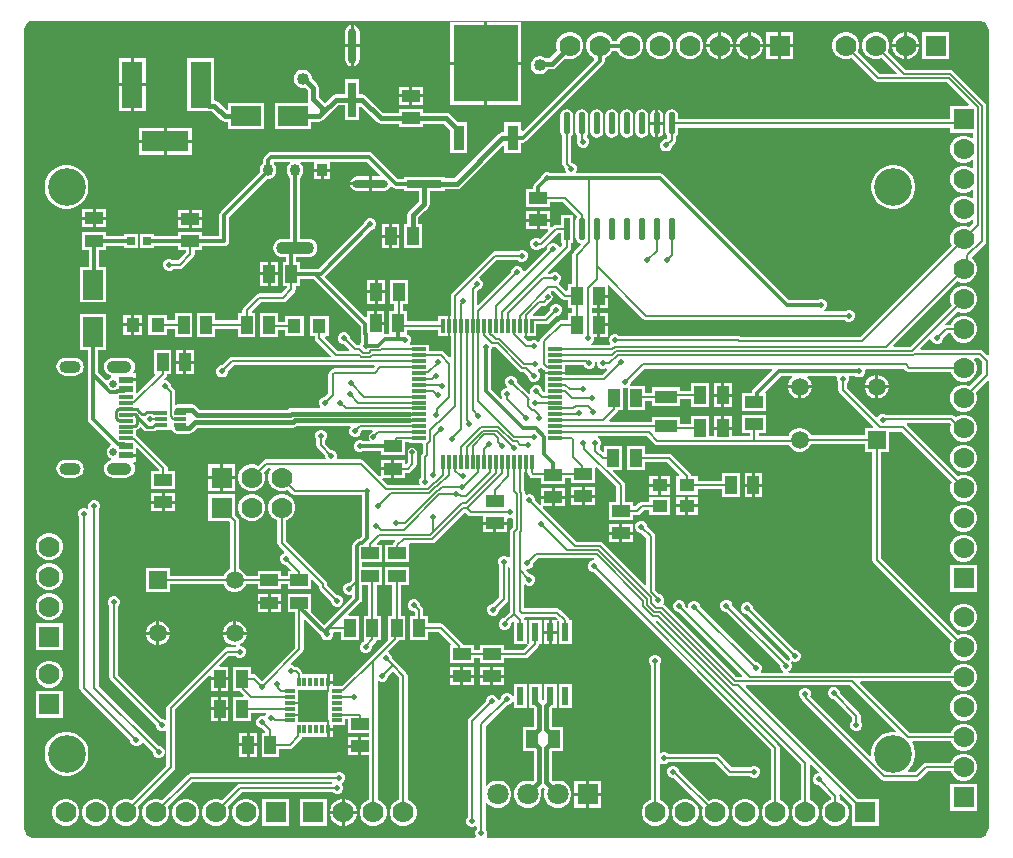
<source format=gtl>
G04*
G04 #@! TF.GenerationSoftware,Altium Limited,Altium Designer,23.6.0 (18)*
G04*
G04 Layer_Physical_Order=1*
G04 Layer_Color=255*
%FSLAX25Y25*%
%MOIN*%
G70*
G04*
G04 #@! TF.SameCoordinates,CC12AEB3-2111-4EF4-9384-BB861815B030*
G04*
G04*
G04 #@! TF.FilePolarity,Positive*
G04*
G01*
G75*
%ADD10C,0.00600*%
%ADD14C,0.01200*%
%ADD15C,0.01000*%
%ADD16C,0.00800*%
%ADD26R,0.03937X0.05906*%
%ADD27R,0.01200X0.04700*%
%ADD28R,0.04700X0.01200*%
%ADD29R,0.05906X0.03937*%
%ADD30R,0.02362X0.06102*%
%ADD31R,0.01378X0.03150*%
%ADD32R,0.03347X0.01378*%
%ADD33R,0.10236X0.10630*%
%ADD34R,0.02134X0.07378*%
G04:AMPARAMS|DCode=35|XSize=73.78mil|YSize=21.34mil|CornerRadius=10.67mil|HoleSize=0mil|Usage=FLASHONLY|Rotation=90.000|XOffset=0mil|YOffset=0mil|HoleType=Round|Shape=RoundedRectangle|*
%AMROUNDEDRECTD35*
21,1,0.07378,0.00000,0,0,90.0*
21,1,0.05244,0.02134,0,0,90.0*
1,1,0.02134,0.00000,0.02622*
1,1,0.02134,0.00000,-0.02622*
1,1,0.02134,0.00000,-0.02622*
1,1,0.02134,0.00000,0.02622*
%
%ADD35ROUNDEDRECTD35*%
%ADD36R,0.04331X0.04724*%
%ADD37R,0.02756X0.11811*%
%ADD38O,0.02756X0.11811*%
G04:AMPARAMS|DCode=39|XSize=39.54mil|YSize=125.28mil|CornerRadius=17.2mil|HoleSize=0mil|Usage=FLASHONLY|Rotation=270.000|XOffset=0mil|YOffset=0mil|HoleType=Round|Shape=RoundedRectangle|*
%AMROUNDEDRECTD39*
21,1,0.03954,0.09088,0,0,270.0*
21,1,0.00514,0.12528,0,0,270.0*
1,1,0.03440,-0.04544,-0.00257*
1,1,0.03440,-0.04544,0.00257*
1,1,0.03440,0.04544,0.00257*
1,1,0.03440,0.04544,-0.00257*
%
%ADD39ROUNDEDRECTD39*%
G04:AMPARAMS|DCode=40|XSize=39.54mil|YSize=34.34mil|CornerRadius=17.17mil|HoleSize=0mil|Usage=FLASHONLY|Rotation=270.000|XOffset=0mil|YOffset=0mil|HoleType=Round|Shape=RoundedRectangle|*
%AMROUNDEDRECTD40*
21,1,0.03954,0.00000,0,0,270.0*
21,1,0.00520,0.03434,0,0,270.0*
1,1,0.03434,0.00000,-0.00260*
1,1,0.03434,0.00000,0.00260*
1,1,0.03434,0.00000,0.00260*
1,1,0.03434,0.00000,-0.00260*
%
%ADD40ROUNDEDRECTD40*%
%ADD41R,0.03434X0.03954*%
%ADD42R,0.11811X0.02756*%
%ADD43O,0.11811X0.02756*%
%ADD44R,0.03740X0.08268*%
%ADD45R,0.21654X0.25591*%
%ADD46R,0.06693X0.09843*%
%ADD47R,0.03898X0.01181*%
%ADD48R,0.04528X0.02362*%
%ADD49R,0.04528X0.01181*%
%ADD50R,0.07480X0.04331*%
%ADD51R,0.05118X0.04134*%
%ADD52R,0.02559X0.02756*%
%ADD53R,0.09843X0.06693*%
%ADD73C,0.02559*%
G04:AMPARAMS|DCode=74|XSize=39.37mil|YSize=82.68mil|CornerRadius=19.68mil|HoleSize=0mil|Usage=FLASHONLY|Rotation=270.000|XOffset=0mil|YOffset=0mil|HoleType=Round|Shape=RoundedRectangle|*
%AMROUNDEDRECTD74*
21,1,0.03937,0.04331,0,0,270.0*
21,1,0.00000,0.08268,0,0,270.0*
1,1,0.03937,-0.02165,0.00000*
1,1,0.03937,-0.02165,0.00000*
1,1,0.03937,0.02165,0.00000*
1,1,0.03937,0.02165,0.00000*
%
%ADD74ROUNDEDRECTD74*%
G04:AMPARAMS|DCode=75|XSize=39.37mil|YSize=70.87mil|CornerRadius=19.68mil|HoleSize=0mil|Usage=FLASHONLY|Rotation=270.000|XOffset=0mil|YOffset=0mil|HoleType=Round|Shape=RoundedRectangle|*
%AMROUNDEDRECTD75*
21,1,0.03937,0.03150,0,0,270.0*
21,1,0.00000,0.07087,0,0,270.0*
1,1,0.03937,-0.01575,0.00000*
1,1,0.03937,-0.01575,0.00000*
1,1,0.03937,0.01575,0.00000*
1,1,0.03937,0.01575,0.00000*
%
%ADD75ROUNDEDRECTD75*%
%ADD83C,0.01723*%
%ADD84C,0.01600*%
%ADD85C,0.07000*%
%ADD86R,0.07000X0.07000*%
%ADD87C,0.12598*%
%ADD88R,0.07000X0.07000*%
%ADD89R,0.05906X0.05906*%
%ADD90C,0.05906*%
%ADD91R,0.15748X0.07087*%
%ADD92R,0.07087X0.15748*%
%ADD93C,0.07087*%
%ADD94R,0.07087X0.07087*%
%ADD95C,0.02000*%
%ADD96C,0.04000*%
%ADD97C,0.01968*%
G36*
X180008Y447869D02*
X495303D01*
X495334Y447875D01*
X496178Y447764D01*
X496993Y447426D01*
X497668Y446908D01*
X497685Y446882D01*
X497711Y446865D01*
X498225Y446195D01*
X498560Y445387D01*
X498611Y444998D01*
X498664Y444520D01*
Y444042D01*
X498664Y444020D01*
X498667Y336536D01*
X498205Y336345D01*
X496853Y337697D01*
X496390Y338006D01*
X495844Y338115D01*
X495844Y338115D01*
X476090D01*
X475899Y338577D01*
X479038Y341716D01*
X479538Y341509D01*
X479805Y340867D01*
X480367Y340304D01*
X481102Y340000D01*
X481898D01*
X482633Y340304D01*
X483195Y340867D01*
X483500Y341602D01*
Y341981D01*
X485091Y343572D01*
X486027D01*
X486110Y343263D01*
X486702Y342237D01*
X487540Y341399D01*
X488566Y340807D01*
X489711Y340500D01*
X490896D01*
X492040Y340807D01*
X493066Y341399D01*
X493904Y342237D01*
X494497Y343263D01*
X494803Y344408D01*
Y345592D01*
X494497Y346737D01*
X493904Y347763D01*
X493066Y348601D01*
X492040Y349193D01*
X490896Y349500D01*
X489711D01*
X488566Y349193D01*
X487540Y348601D01*
X486702Y347763D01*
X486110Y346737D01*
X486027Y346427D01*
X484500D01*
X484446Y346417D01*
X484199Y346877D01*
X488289Y350967D01*
X488566Y350807D01*
X489711Y350500D01*
X490896D01*
X492040Y350807D01*
X493066Y351399D01*
X493904Y352237D01*
X494497Y353263D01*
X494803Y354408D01*
Y355592D01*
X494497Y356737D01*
X493904Y357763D01*
X493066Y358601D01*
X492040Y359193D01*
X490896Y359500D01*
X489711D01*
X488566Y359193D01*
X487540Y358601D01*
X486702Y357763D01*
X486110Y356737D01*
X485803Y355592D01*
Y354408D01*
X486110Y353263D01*
X486270Y352986D01*
X472412Y339127D01*
X467103D01*
X466911Y339589D01*
X488289Y360967D01*
X488566Y360807D01*
X489711Y360500D01*
X490896D01*
X492040Y360807D01*
X493066Y361399D01*
X493904Y362237D01*
X494497Y363263D01*
X494803Y364407D01*
Y365592D01*
X494497Y366737D01*
X493904Y367763D01*
X493066Y368601D01*
X493082Y369131D01*
X497300Y373349D01*
X497609Y373812D01*
X497718Y374358D01*
X497718Y374358D01*
Y419530D01*
X497718Y419530D01*
X497609Y420077D01*
X497300Y420540D01*
X486877Y430962D01*
X486414Y431272D01*
X485868Y431380D01*
X485868Y431380D01*
X471138D01*
X465033Y437486D01*
X465193Y437763D01*
X465500Y438907D01*
Y440092D01*
X465193Y441237D01*
X464601Y442263D01*
X463763Y443101D01*
X462737Y443693D01*
X461592Y444000D01*
X460408D01*
X459263Y443693D01*
X458237Y443101D01*
X457399Y442263D01*
X456807Y441237D01*
X456500Y440092D01*
Y438907D01*
X456807Y437763D01*
X457399Y436737D01*
X458237Y435899D01*
X459263Y435307D01*
X460408Y435000D01*
X461592D01*
X462737Y435307D01*
X463014Y435467D01*
X467939Y430542D01*
X467748Y430080D01*
X462438D01*
X455033Y437486D01*
X455193Y437763D01*
X455500Y438907D01*
Y440092D01*
X455193Y441237D01*
X454601Y442263D01*
X453763Y443101D01*
X452737Y443693D01*
X451592Y444000D01*
X450408D01*
X449263Y443693D01*
X448237Y443101D01*
X447399Y442263D01*
X446807Y441237D01*
X446500Y440092D01*
Y438907D01*
X446807Y437763D01*
X447399Y436737D01*
X448237Y435899D01*
X449263Y435307D01*
X450408Y435000D01*
X451592D01*
X452737Y435307D01*
X453014Y435467D01*
X460838Y427643D01*
X460838Y427643D01*
X461301Y427334D01*
X461847Y427225D01*
X461847Y427225D01*
X484738D01*
X492002Y419962D01*
X491810Y419500D01*
X485803D01*
Y415010D01*
X395108D01*
Y416205D01*
X394947Y417011D01*
X394490Y417695D01*
X393807Y418152D01*
X393000Y418313D01*
X392193Y418152D01*
X391510Y417695D01*
X391053Y417011D01*
X390892Y416205D01*
Y410961D01*
X391053Y410154D01*
X391510Y409471D01*
X391573Y409429D01*
Y408695D01*
X391100Y408222D01*
X390721D01*
X389985Y407918D01*
X389423Y407355D01*
X389118Y406620D01*
Y405824D01*
X389423Y405089D01*
X389985Y404527D01*
X390721Y404222D01*
X391516D01*
X392251Y404527D01*
X392814Y405089D01*
X393118Y405824D01*
Y406204D01*
X394009Y407094D01*
X394009Y407094D01*
X394319Y407558D01*
X394427Y408104D01*
Y409429D01*
X394490Y409471D01*
X394947Y410154D01*
X395108Y410961D01*
Y412155D01*
X485803D01*
Y410500D01*
X493563D01*
Y408757D01*
X493101Y408566D01*
X493066Y408601D01*
X492040Y409193D01*
X490896Y409500D01*
X489711D01*
X488566Y409193D01*
X487540Y408601D01*
X486702Y407763D01*
X486110Y406737D01*
X485803Y405592D01*
Y404408D01*
X486110Y403263D01*
X486702Y402237D01*
X487540Y401399D01*
X488566Y400807D01*
X489711Y400500D01*
X490896D01*
X492040Y400807D01*
X493066Y401399D01*
X493101Y401434D01*
X493563Y401243D01*
Y398757D01*
X493101Y398566D01*
X493066Y398601D01*
X492040Y399193D01*
X490896Y399500D01*
X489711D01*
X488566Y399193D01*
X487540Y398601D01*
X486702Y397763D01*
X486110Y396737D01*
X485803Y395592D01*
Y394408D01*
X486110Y393263D01*
X486702Y392237D01*
X487540Y391399D01*
X488566Y390807D01*
X489711Y390500D01*
X490896D01*
X492040Y390807D01*
X493066Y391399D01*
X493101Y391434D01*
X493563Y391243D01*
Y388757D01*
X493101Y388566D01*
X493066Y388601D01*
X492040Y389193D01*
X490896Y389500D01*
X489711D01*
X488566Y389193D01*
X487540Y388601D01*
X486702Y387763D01*
X486110Y386737D01*
X485803Y385592D01*
Y384408D01*
X486110Y383263D01*
X486702Y382237D01*
X487540Y381399D01*
X488566Y380807D01*
X489711Y380500D01*
X490896D01*
X492040Y380807D01*
X493066Y381399D01*
X493101Y381434D01*
X493563Y381243D01*
Y380279D01*
X492318Y379033D01*
X492040Y379193D01*
X490896Y379500D01*
X489711D01*
X488566Y379193D01*
X487540Y378601D01*
X486702Y377763D01*
X486110Y376737D01*
X485803Y375592D01*
Y374408D01*
X486110Y373263D01*
X486270Y372986D01*
X455712Y342427D01*
X416096D01*
X415660Y342719D01*
X415114Y342827D01*
X415114Y342827D01*
X375401D01*
X375133Y343095D01*
X374398Y343400D01*
X373602D01*
X372867Y343095D01*
X372305Y342533D01*
X372000Y341798D01*
Y341002D01*
X372305Y340267D01*
X372380Y340191D01*
X372173Y339691D01*
X366200D01*
X366101Y340191D01*
X366133Y340205D01*
X366695Y340767D01*
X367000Y341502D01*
Y342298D01*
X367167Y342547D01*
X368240D01*
Y346500D01*
Y350453D01*
X366427D01*
Y352047D01*
X368240D01*
Y356000D01*
X368740D01*
Y356500D01*
X371709D01*
Y359565D01*
X372209Y359773D01*
X383491Y348491D01*
X383491Y348491D01*
X383954Y348181D01*
X384500Y348073D01*
X450599D01*
X450867Y347804D01*
X451602Y347500D01*
X452398D01*
X453133Y347804D01*
X453695Y348367D01*
X454000Y349102D01*
Y349898D01*
X453695Y350633D01*
X453133Y351196D01*
X452398Y351500D01*
X451602D01*
X450867Y351196D01*
X450599Y350927D01*
X443850D01*
X443751Y351427D01*
X443897Y351488D01*
X444459Y352050D01*
X444764Y352786D01*
Y353581D01*
X444459Y354316D01*
X443897Y354879D01*
X443161Y355183D01*
X442366D01*
X441631Y354879D01*
X441567Y354815D01*
X431992D01*
X390317Y396490D01*
X389788Y396843D01*
X389164Y396968D01*
X361449D01*
X361237Y397467D01*
X361500Y398102D01*
Y398898D01*
X361195Y399633D01*
X360633Y400196D01*
X359898Y400500D01*
X359630D01*
X359427Y400702D01*
Y409429D01*
X359490Y409471D01*
X359947Y410154D01*
X360108Y410961D01*
Y416205D01*
X359947Y417011D01*
X359490Y417695D01*
X358807Y418152D01*
X358000Y418313D01*
X357193Y418152D01*
X356510Y417695D01*
X356053Y417011D01*
X355892Y416205D01*
Y410961D01*
X356053Y410154D01*
X356510Y409471D01*
X356573Y409429D01*
Y400111D01*
X356573Y400111D01*
X356681Y399565D01*
X356991Y399102D01*
X357500Y398593D01*
Y398102D01*
X357763Y397467D01*
X357551Y396968D01*
X352578D01*
X352514Y397032D01*
X351779Y397336D01*
X350984D01*
X350249Y397032D01*
X349686Y396469D01*
X349381Y395734D01*
Y395643D01*
X347346Y393608D01*
X346993Y393079D01*
X346869Y392455D01*
Y391709D01*
X344547D01*
Y385772D01*
X352453D01*
Y387313D01*
X356669D01*
X361487Y382495D01*
X361053Y381846D01*
X360892Y381039D01*
Y375795D01*
X361053Y374989D01*
X361510Y374305D01*
X362193Y373848D01*
X362551Y373777D01*
X362716Y373234D01*
X360250Y370769D01*
X359941Y370306D01*
X359832Y369760D01*
X359832Y369760D01*
Y359953D01*
X358291D01*
Y357934D01*
X357791Y357727D01*
X355509Y360009D01*
X355467Y360639D01*
X355696Y360867D01*
X356000Y361602D01*
Y362398D01*
X355696Y363133D01*
X355133Y363696D01*
X354398Y364000D01*
X353602D01*
X352867Y363696D01*
X352599Y363427D01*
X351793D01*
X351601Y363889D01*
X359009Y371297D01*
X359009Y371297D01*
X359319Y371760D01*
X359427Y372307D01*
X359427Y372307D01*
Y373728D01*
X360067D01*
Y383106D01*
X355933D01*
Y379844D01*
X354417D01*
X354417Y379844D01*
X353871Y379736D01*
X353408Y379426D01*
X353408Y379426D01*
X352915Y378933D01*
X352453Y379125D01*
Y380760D01*
X349000D01*
Y378291D01*
X351619D01*
X351811Y377829D01*
X349056Y375075D01*
X349014Y375116D01*
X348279Y375421D01*
X347483D01*
X346748Y375116D01*
X346186Y374554D01*
X345881Y373819D01*
Y373023D01*
X346186Y372288D01*
X346748Y371725D01*
X347483Y371421D01*
X348279D01*
X349014Y371725D01*
X349282Y371993D01*
X349421D01*
X349421Y371993D01*
X349967Y372102D01*
X350430Y372411D01*
X355008Y376990D01*
X355933D01*
Y373728D01*
X356573D01*
Y372898D01*
X355924Y372250D01*
X355369Y372402D01*
X355158Y372912D01*
X354595Y373475D01*
X353860Y373779D01*
X353064D01*
X352329Y373475D01*
X351767Y372912D01*
X351462Y372177D01*
Y371798D01*
X343962Y364297D01*
X343458Y364500D01*
X343196Y365133D01*
X342633Y365696D01*
X341898Y366000D01*
X341102D01*
X340367Y365696D01*
X339805Y365133D01*
X339500Y364398D01*
Y364019D01*
X328468Y352987D01*
X328006Y353178D01*
Y357719D01*
X328287Y358000D01*
X328398D01*
X329133Y358305D01*
X329696Y358867D01*
X330000Y359602D01*
Y360398D01*
X329696Y361133D01*
X329133Y361696D01*
X328974Y361761D01*
X328876Y362252D01*
X334697Y368073D01*
X341599D01*
X341867Y367805D01*
X342602Y367500D01*
X343398D01*
X344133Y367805D01*
X344695Y368367D01*
X345000Y369102D01*
Y369898D01*
X344695Y370633D01*
X344133Y371196D01*
X343398Y371500D01*
X342602D01*
X341867Y371196D01*
X341599Y370927D01*
X334106D01*
X334106Y370927D01*
X333560Y370819D01*
X333097Y370509D01*
X319664Y357077D01*
X319355Y356614D01*
X319246Y356067D01*
X319246Y356067D01*
Y349488D01*
X319073D01*
Y346138D01*
Y342788D01*
X319246D01*
Y335820D01*
X318784Y335629D01*
X317108Y337305D01*
X316645Y337614D01*
X316099Y337723D01*
X316099Y337723D01*
X312212D01*
Y339864D01*
X305899D01*
X305692Y340364D01*
X305696Y340367D01*
X306000Y341102D01*
Y341898D01*
X305696Y342633D01*
X305133Y343196D01*
X304709Y343371D01*
Y344710D01*
X315136D01*
Y342788D01*
X318336D01*
Y346138D01*
Y349488D01*
X315136D01*
Y347565D01*
X304709D01*
Y350953D01*
X303427D01*
Y353547D01*
X304969D01*
Y361453D01*
X299031D01*
Y353547D01*
X300573D01*
Y350953D01*
X298772D01*
Y343269D01*
X297362D01*
X297228Y343379D01*
Y346500D01*
X294260D01*
Y347000D01*
X293760D01*
Y350953D01*
X291291D01*
Y349169D01*
X290829Y348978D01*
X277307Y362500D01*
X292807Y378000D01*
X292898D01*
X293633Y378305D01*
X294196Y378867D01*
X294500Y379602D01*
Y380398D01*
X294196Y381133D01*
X293633Y381696D01*
X292898Y382000D01*
X292102D01*
X291367Y381696D01*
X290805Y381133D01*
X290500Y380398D01*
Y380307D01*
X275324Y365131D01*
X269209D01*
Y367453D01*
X267631D01*
Y369027D01*
X272044D01*
X272754Y369121D01*
X273416Y369395D01*
X273984Y369831D01*
X274420Y370399D01*
X274694Y371060D01*
X274787Y371771D01*
Y372285D01*
X274694Y372995D01*
X274420Y373656D01*
X273984Y374224D01*
X273416Y374660D01*
X272754Y374935D01*
X272044Y375028D01*
X269131D01*
Y395540D01*
X269438Y395775D01*
X269873Y396342D01*
X270147Y397003D01*
X270240Y397712D01*
Y398233D01*
X270147Y398942D01*
X269873Y399603D01*
X269438Y400170D01*
X269179Y400369D01*
X269349Y400869D01*
X273799D01*
Y398472D01*
X276516D01*
X279233D01*
Y400869D01*
X291263D01*
X295745Y396387D01*
X295553Y395924D01*
X293000D01*
Y393500D01*
Y391075D01*
X297028D01*
X297955Y391260D01*
X298742Y391786D01*
X299101Y392323D01*
X299709Y392423D01*
X299785Y392347D01*
X300314Y391993D01*
X300938Y391869D01*
X303594D01*
Y391122D01*
X308665D01*
Y387537D01*
X308358Y387230D01*
X308219Y387137D01*
X305442Y384361D01*
X305045Y383765D01*
X304905Y383063D01*
Y379953D01*
X303772D01*
Y372047D01*
X309709D01*
Y379953D01*
X308575D01*
Y382303D01*
X310721Y384449D01*
X310860Y384541D01*
X311798Y385479D01*
X312196Y386074D01*
X312335Y386776D01*
Y391122D01*
X317406D01*
Y391665D01*
X321289D01*
X321991Y391804D01*
X322587Y392202D01*
X336644Y406260D01*
X337106Y406069D01*
Y403634D01*
X342846D01*
Y407136D01*
X343268D01*
X343892Y407261D01*
X344421Y407614D01*
X370153Y433346D01*
X370507Y433876D01*
X370631Y434500D01*
Y435278D01*
X370737Y435307D01*
X371763Y435899D01*
X372601Y436737D01*
X373193Y437763D01*
X373222Y437868D01*
X374778D01*
X374807Y437763D01*
X375399Y436737D01*
X376237Y435899D01*
X377263Y435307D01*
X378408Y435000D01*
X379592D01*
X380737Y435307D01*
X381763Y435899D01*
X382601Y436737D01*
X383193Y437763D01*
X383500Y438907D01*
Y440092D01*
X383193Y441237D01*
X382601Y442263D01*
X381763Y443101D01*
X380737Y443693D01*
X379592Y444000D01*
X378408D01*
X377263Y443693D01*
X376237Y443101D01*
X375399Y442263D01*
X374807Y441237D01*
X374778Y441131D01*
X373222D01*
X373193Y441237D01*
X372601Y442263D01*
X371763Y443101D01*
X370737Y443693D01*
X369592Y444000D01*
X368408D01*
X367263Y443693D01*
X366237Y443101D01*
X365399Y442263D01*
X364807Y441237D01*
X364500Y440092D01*
Y438907D01*
X364807Y437763D01*
X365399Y436737D01*
X366237Y435899D01*
X366965Y435479D01*
X367060Y434867D01*
X343308Y411116D01*
X342846Y411307D01*
Y413902D01*
X337106D01*
Y410603D01*
X336557D01*
X335854Y410463D01*
X335259Y410065D01*
X320529Y395335D01*
X317406D01*
Y395878D01*
X303594D01*
Y395131D01*
X301614D01*
X293092Y403653D01*
X292563Y404007D01*
X291938Y404131D01*
X259500D01*
X258876Y404007D01*
X258347Y403653D01*
X257331Y402638D01*
X256977Y402108D01*
X256853Y401484D01*
Y400405D01*
X256547Y400170D01*
X256111Y399603D01*
X255837Y398942D01*
X255744Y398233D01*
Y397712D01*
X255794Y397329D01*
X242634Y384169D01*
X242280Y383640D01*
X242156Y383015D01*
Y375891D01*
X236453D01*
Y377228D01*
X228547D01*
Y376131D01*
X220437D01*
Y376878D01*
X215878D01*
Y372122D01*
X220437D01*
Y372869D01*
X228547D01*
Y371291D01*
X231073D01*
Y370591D01*
X228409Y367927D01*
X226901D01*
X226633Y368196D01*
X225898Y368500D01*
X225102D01*
X224367Y368196D01*
X223804Y367633D01*
X223500Y366898D01*
Y366102D01*
X223804Y365367D01*
X224367Y364805D01*
X225102Y364500D01*
X225898D01*
X226633Y364805D01*
X226901Y365073D01*
X229000D01*
X229000Y365073D01*
X229546Y365181D01*
X230009Y365491D01*
X233509Y368991D01*
X233509Y368991D01*
X233819Y369454D01*
X233927Y370000D01*
X233927Y370000D01*
Y371291D01*
X236453D01*
Y372628D01*
X243787D01*
X244412Y372753D01*
X244941Y373106D01*
X245295Y373636D01*
X245419Y374260D01*
Y382340D01*
X258102Y395022D01*
X258484Y394972D01*
X259193Y395065D01*
X259854Y395339D01*
X260422Y395775D01*
X260857Y396342D01*
X261131Y397003D01*
X261225Y397712D01*
Y398233D01*
X261131Y398942D01*
X260857Y399603D01*
X260422Y400170D01*
X260530Y400717D01*
X260675Y400869D01*
X265651D01*
X265821Y400369D01*
X265562Y400170D01*
X265127Y399603D01*
X264853Y398942D01*
X264760Y398233D01*
Y397712D01*
X264853Y397003D01*
X265127Y396342D01*
X265562Y395775D01*
X265869Y395540D01*
Y375028D01*
X262956D01*
X262246Y374935D01*
X261584Y374660D01*
X261016Y374224D01*
X260580Y373656D01*
X260306Y372995D01*
X260212Y372285D01*
Y371771D01*
X260306Y371060D01*
X260580Y370399D01*
X261016Y369831D01*
X261584Y369395D01*
X262246Y369121D01*
X262956Y369027D01*
X264369D01*
Y367453D01*
X263272D01*
Y359547D01*
X264813D01*
Y358831D01*
X262909Y356927D01*
X255500D01*
X255500Y356927D01*
X254954Y356819D01*
X254491Y356509D01*
X254491Y356509D01*
X250251Y352269D01*
X249941Y351806D01*
X249832Y351260D01*
X249832Y351260D01*
Y350453D01*
X248291D01*
Y347927D01*
X240709D01*
Y350453D01*
X234772D01*
Y342547D01*
X240709D01*
Y345073D01*
X248291D01*
Y342547D01*
X254228D01*
Y350453D01*
X253179D01*
X252972Y350953D01*
X256091Y354073D01*
X263500D01*
X263500Y354073D01*
X264046Y354181D01*
X264509Y354491D01*
X267249Y357231D01*
X267249Y357231D01*
X267559Y357694D01*
X267668Y358240D01*
X267668Y358240D01*
Y359547D01*
X269209D01*
Y361869D01*
X273324D01*
X289273Y345920D01*
Y343473D01*
X289369Y342990D01*
Y340697D01*
X289304Y340633D01*
X289000Y339898D01*
Y339892D01*
X288803Y339730D01*
X288803Y339730D01*
X287953D01*
X285700Y341984D01*
Y342364D01*
X285395Y343099D01*
X284832Y343661D01*
X284097Y343966D01*
X283302D01*
X282567Y343661D01*
X282004Y343099D01*
X281699Y342364D01*
Y341568D01*
X282004Y340833D01*
X282567Y340270D01*
X283302Y339966D01*
X283681D01*
X285462Y338185D01*
X285270Y337723D01*
X281796D01*
X277381Y342138D01*
X277588Y342638D01*
X278665D01*
Y349362D01*
X272335D01*
Y342638D01*
X274073D01*
Y342000D01*
X274073Y342000D01*
X274181Y341454D01*
X274491Y340991D01*
X279265Y336216D01*
X279074Y335754D01*
X246530D01*
X246530Y335754D01*
X245984Y335646D01*
X245521Y335336D01*
X245521Y335336D01*
X243090Y332905D01*
X242711D01*
X241976Y332600D01*
X241413Y332038D01*
X241108Y331303D01*
Y330507D01*
X241413Y329772D01*
X241976Y329209D01*
X242711Y328905D01*
X243506D01*
X244241Y329209D01*
X244804Y329772D01*
X245109Y330507D01*
Y330886D01*
X247122Y332899D01*
X293727D01*
X293919Y332437D01*
X293409Y331927D01*
X280500D01*
X280500Y331927D01*
X279954Y331819D01*
X279491Y331509D01*
X279491Y331509D01*
X278991Y331009D01*
X278681Y330546D01*
X278573Y330000D01*
X278573Y330000D01*
Y323591D01*
X277481Y322500D01*
X277102D01*
X276367Y322196D01*
X275804Y321633D01*
X275500Y320898D01*
Y320102D01*
X275804Y319367D01*
X275891Y319281D01*
X275684Y318780D01*
X266400D01*
X265673Y318636D01*
X265058Y318225D01*
X265041Y318208D01*
X235476D01*
X234342Y319342D01*
X233726Y319754D01*
X233000Y319898D01*
X228000D01*
X227781Y319854D01*
X227394Y320172D01*
Y324033D01*
X227394Y324033D01*
X227286Y324579D01*
X226976Y325042D01*
X226976Y325042D01*
X226000Y326019D01*
Y326398D01*
X225695Y327133D01*
X225133Y327695D01*
X224398Y328000D01*
X224004D01*
X223796Y328500D01*
X224269Y328973D01*
X224269Y328973D01*
X224579Y329436D01*
X224687Y329982D01*
Y330047D01*
X226228D01*
Y337953D01*
X220291D01*
Y330047D01*
X220653D01*
X220844Y329585D01*
X214860Y323601D01*
X214398Y323792D01*
Y325917D01*
Y327598D01*
X211134D01*
Y328598D01*
X214398D01*
Y330279D01*
X213698D01*
X213451Y330780D01*
X213628Y331011D01*
X213928Y331733D01*
X214030Y332508D01*
X213928Y333283D01*
X213628Y334005D01*
X213153Y334625D01*
X212532Y335101D01*
X211810Y335400D01*
X211035Y335502D01*
X206705D01*
X205930Y335400D01*
X205208Y335101D01*
X204588Y334625D01*
X204112Y334005D01*
X203813Y333283D01*
X203711Y332508D01*
X203813Y331733D01*
X204112Y331011D01*
X204588Y330391D01*
X205208Y329915D01*
X205930Y329616D01*
X206171Y329584D01*
X206239Y329071D01*
X205610Y328810D01*
X204969Y328169D01*
X204900Y328003D01*
X204410Y327905D01*
X201631Y330684D01*
Y338205D01*
X204346D01*
Y350047D01*
X195653D01*
Y338205D01*
X198369D01*
Y331500D01*
Y330008D01*
Y314928D01*
X198493Y314303D01*
X198846Y313774D01*
X205968Y306653D01*
X205870Y306162D01*
X205610Y306054D01*
X204969Y305413D01*
X204622Y304575D01*
Y303669D01*
X204969Y302831D01*
X205610Y302190D01*
X206239Y301929D01*
X206171Y301416D01*
X205930Y301384D01*
X205208Y301085D01*
X204588Y300609D01*
X204112Y299989D01*
X203813Y299267D01*
X203711Y298492D01*
X203813Y297717D01*
X204112Y296995D01*
X204588Y296375D01*
X205208Y295899D01*
X205930Y295600D01*
X206705Y295498D01*
X211035D01*
X211810Y295600D01*
X212532Y295899D01*
X213153Y296375D01*
X213628Y296995D01*
X213928Y297717D01*
X214030Y298492D01*
X213928Y299267D01*
X213628Y299989D01*
X213451Y300220D01*
X213698Y300721D01*
X214398D01*
Y302402D01*
X211134D01*
Y303402D01*
X214398D01*
Y305240D01*
X214860Y305431D01*
X222073Y298218D01*
Y297709D01*
X219547D01*
Y291772D01*
X227453D01*
Y297709D01*
X224927D01*
Y298809D01*
X224927Y298809D01*
X224819Y299355D01*
X224509Y299818D01*
X224509Y299818D01*
X214899Y309429D01*
X214436Y309738D01*
X214398Y309746D01*
Y311201D01*
X214516Y311225D01*
X215012Y311556D01*
X215767Y312311D01*
X215971Y312331D01*
X216883Y311419D01*
X217379Y311087D01*
X217965Y310971D01*
X220036D01*
X220621Y311087D01*
X221107Y311412D01*
X222740D01*
X222888Y311441D01*
X225780D01*
Y311441D01*
X226235Y311333D01*
X226247Y311274D01*
X226658Y310658D01*
X227274Y310246D01*
X228000Y310102D01*
X232000D01*
X232726Y310246D01*
X233342Y310658D01*
X234873Y312189D01*
X266748D01*
X267474Y312333D01*
X268090Y312745D01*
X268107Y312761D01*
X285726D01*
X285933Y312262D01*
X285805Y312133D01*
X285500Y311398D01*
Y310602D01*
X285805Y309867D01*
X286367Y309304D01*
X287102Y309000D01*
X287898D01*
X288633Y309304D01*
X289195Y309867D01*
X289500Y310602D01*
Y310981D01*
X289764Y311246D01*
X293074D01*
X293265Y310784D01*
X292491Y310009D01*
X292181Y309546D01*
X292073Y309000D01*
X292181Y308454D01*
X292397Y308131D01*
X292215Y307677D01*
X292175Y307631D01*
X290197D01*
X290133Y307696D01*
X289398Y308000D01*
X288602D01*
X287867Y307696D01*
X287304Y307133D01*
X287000Y306398D01*
Y305602D01*
X287304Y304867D01*
X287867Y304305D01*
X288602Y304000D01*
X289398D01*
X290133Y304305D01*
X290197Y304369D01*
X296032D01*
X296047Y304293D01*
Y303031D01*
X297309D01*
X297447Y303004D01*
X297585Y303031D01*
X303953D01*
Y307309D01*
X305512D01*
Y307136D01*
X309731D01*
X310048Y306750D01*
X310041Y306713D01*
X310041Y306713D01*
Y303591D01*
X309805Y303355D01*
X309496Y302892D01*
X309387Y302346D01*
X309387Y302346D01*
Y295586D01*
X309119Y295318D01*
X308815Y294583D01*
Y293788D01*
X308922Y293527D01*
X308588Y293027D01*
X298491D01*
X296467Y295051D01*
X296675Y295551D01*
X299500D01*
Y298020D01*
X296047D01*
Y296179D01*
X295547Y295971D01*
X290322Y301197D01*
X289859Y301506D01*
X289313Y301615D01*
X289313Y301615D01*
X281742D01*
X281408Y302115D01*
X281513Y302368D01*
Y303164D01*
X281208Y303899D01*
X280646Y304462D01*
X279911Y304766D01*
X279532D01*
X277427Y306871D01*
Y308099D01*
X277695Y308367D01*
X278000Y309102D01*
Y309898D01*
X277695Y310633D01*
X277133Y311195D01*
X276398Y311500D01*
X275602D01*
X274867Y311195D01*
X274305Y310633D01*
X274000Y309898D01*
Y309102D01*
X274305Y308367D01*
X274573Y308099D01*
Y306279D01*
X274573Y306279D01*
X274681Y305733D01*
X274991Y305270D01*
X277513Y302748D01*
Y302368D01*
X277618Y302115D01*
X277284Y301615D01*
X257687D01*
X257141Y301506D01*
X256678Y301197D01*
X256678Y301197D01*
X255014Y299533D01*
X254737Y299693D01*
X253592Y300000D01*
X252408D01*
X251263Y299693D01*
X250237Y299101D01*
X249399Y298263D01*
X248807Y297237D01*
X248500Y296092D01*
Y294907D01*
X248807Y293763D01*
X249399Y292737D01*
X250237Y291899D01*
X251263Y291307D01*
X252408Y291000D01*
X253592D01*
X254737Y291307D01*
X255763Y291899D01*
X256601Y292737D01*
X257193Y293763D01*
X257500Y294907D01*
Y296092D01*
X257193Y297237D01*
X257033Y297514D01*
X258279Y298760D01*
X259243D01*
X259434Y298298D01*
X259399Y298263D01*
X258807Y297237D01*
X258500Y296092D01*
Y294908D01*
X258807Y293763D01*
X259399Y292737D01*
X260237Y291899D01*
X261263Y291307D01*
X262408Y291000D01*
X263592D01*
X264737Y291307D01*
X265014Y291467D01*
X266491Y289991D01*
X266491Y289991D01*
X266954Y289681D01*
X267500Y289573D01*
X267500Y289573D01*
X289869D01*
Y276176D01*
X288907Y275214D01*
X288348Y275103D01*
X287819Y274750D01*
X287006Y273937D01*
X286653Y273408D01*
X286528Y272783D01*
Y261547D01*
X285481Y260500D01*
X285102D01*
X284367Y260195D01*
X283804Y259633D01*
X283500Y258898D01*
Y258102D01*
X283804Y257367D01*
X284367Y256804D01*
X285102Y256500D01*
X285898D01*
X286113Y256589D01*
X286528Y256311D01*
Y255836D01*
X277120Y246427D01*
X273083Y250464D01*
X272853Y250866D01*
X272853D01*
X272853Y250866D01*
Y256803D01*
X264947D01*
Y250866D01*
X267473D01*
Y238884D01*
X256464Y227875D01*
X254830Y229509D01*
X254367Y229819D01*
X253821Y229927D01*
X253821Y229927D01*
X252709D01*
Y232453D01*
X246772D01*
Y224547D01*
X248936D01*
X248947Y224492D01*
X249235Y224061D01*
X250381Y222915D01*
X250190Y222453D01*
X246772D01*
Y214547D01*
X252709D01*
Y217190D01*
X257709D01*
X257900Y216728D01*
X257804Y216633D01*
X257639Y216234D01*
X257038Y215942D01*
X256898Y216000D01*
X256102D01*
X255367Y215696D01*
X254804Y215133D01*
X254500Y214398D01*
Y213602D01*
X254804Y212867D01*
X255367Y212304D01*
X256102Y212000D01*
X256481D01*
X257528Y210953D01*
X257322Y210453D01*
X256272D01*
Y202547D01*
X262209D01*
Y205073D01*
X265698D01*
X265698Y205073D01*
X266244Y205181D01*
X266707Y205491D01*
X269530Y208314D01*
X269530Y208314D01*
X269840Y208777D01*
X269894Y209051D01*
X278142D01*
Y211626D01*
X278421D01*
Y212126D01*
X280110D01*
Y212890D01*
X283949D01*
Y215076D01*
X285047D01*
Y210512D01*
X292073D01*
Y208968D01*
X289500D01*
Y206000D01*
Y203031D01*
X292073D01*
Y188186D01*
X291763Y188103D01*
X290737Y187510D01*
X289899Y186673D01*
X289307Y185646D01*
X289000Y184502D01*
Y183317D01*
X289307Y182173D01*
X289899Y181146D01*
X290737Y180309D01*
X291763Y179716D01*
X292908Y179410D01*
X294092D01*
X295237Y179716D01*
X296263Y180309D01*
X297101Y181146D01*
X297693Y182173D01*
X298000Y183317D01*
Y184502D01*
X297693Y185646D01*
X297101Y186673D01*
X296263Y187510D01*
X295237Y188103D01*
X294927Y188186D01*
Y227591D01*
X295427Y227780D01*
X296102Y227500D01*
X296898D01*
X297633Y227804D01*
X298196Y228367D01*
X298500Y229102D01*
Y229481D01*
X300000Y230981D01*
X302073Y228909D01*
Y188186D01*
X301763Y188103D01*
X300737Y187510D01*
X299899Y186673D01*
X299307Y185646D01*
X299000Y184502D01*
Y183317D01*
X299307Y182173D01*
X299899Y181147D01*
X300737Y180309D01*
X301763Y179716D01*
X302908Y179410D01*
X304093D01*
X305237Y179716D01*
X306263Y180309D01*
X307101Y181147D01*
X307693Y182173D01*
X308000Y183317D01*
Y184502D01*
X307693Y185646D01*
X307101Y186673D01*
X306263Y187510D01*
X305237Y188103D01*
X304927Y188186D01*
Y229500D01*
X304927Y229500D01*
X304819Y230046D01*
X304509Y230509D01*
X304509Y230509D01*
X301009Y234009D01*
X301009Y234009D01*
X300759Y234259D01*
X300759Y234259D01*
X299697Y235322D01*
Y235701D01*
X299393Y236436D01*
X298830Y236999D01*
X298671Y237064D01*
X298573Y237555D01*
X301825Y240807D01*
X301825Y240807D01*
X302135Y241270D01*
X302190Y241547D01*
X304228D01*
Y249453D01*
X302687D01*
Y259791D01*
X305453D01*
Y265728D01*
X297547D01*
Y259791D01*
X299832D01*
Y249453D01*
X298291D01*
Y241547D01*
X298291Y241547D01*
X298291D01*
X298102Y241121D01*
X292491Y235509D01*
X292491Y235509D01*
X283091Y226110D01*
X280110D01*
Y226874D01*
X278421D01*
Y227374D01*
X278142D01*
Y229949D01*
X269904D01*
Y230134D01*
X269803Y230642D01*
X269516Y231072D01*
X268650Y231937D01*
X268220Y232225D01*
X267713Y232326D01*
X267503D01*
X267133Y232696D01*
X266398Y233000D01*
X266280D01*
X266088Y233462D01*
X269909Y237283D01*
X270219Y237746D01*
X270327Y238293D01*
X270327Y238293D01*
Y247952D01*
X270789Y248144D01*
X276013Y242919D01*
Y242829D01*
X276318Y242094D01*
X276881Y241531D01*
X277616Y241227D01*
X278411D01*
X279146Y241531D01*
X279709Y242094D01*
X280013Y242829D01*
Y243624D01*
X280000Y243657D01*
X280278Y244073D01*
X282791D01*
Y241547D01*
X288728D01*
Y249453D01*
X285413D01*
X285222Y249915D01*
X289313Y254006D01*
X289667Y254536D01*
X289791Y255160D01*
Y259791D01*
X291813D01*
Y249453D01*
X290272D01*
Y241547D01*
X290272D01*
X290384Y241047D01*
X290299Y240875D01*
X289867Y240696D01*
X289304Y240133D01*
X289000Y239398D01*
Y238602D01*
X289304Y237867D01*
X289867Y237304D01*
X290602Y237000D01*
X291398D01*
X292133Y237304D01*
X292695Y237867D01*
X293000Y238602D01*
Y239306D01*
X294250Y240556D01*
X294250Y240556D01*
X294559Y241019D01*
X294664Y241547D01*
X296209D01*
Y249453D01*
X294668D01*
Y259791D01*
X296453D01*
Y265728D01*
X289791D01*
Y267272D01*
X296453D01*
Y273209D01*
X294881D01*
X294689Y273671D01*
X295891Y274873D01*
X300799D01*
X300991Y274411D01*
X300529Y273949D01*
X300220Y273486D01*
X300165Y273209D01*
X297547D01*
Y267272D01*
X305453D01*
Y273209D01*
X305781Y273573D01*
X313220D01*
X313220Y273573D01*
X313766Y273681D01*
X314229Y273991D01*
X324110Y283871D01*
X324991Y282991D01*
X324991Y282991D01*
X325454Y282681D01*
X326000Y282573D01*
X330047D01*
Y280760D01*
X337953D01*
Y281819D01*
X338369Y282097D01*
X338602Y282000D01*
X339398D01*
X339557Y282066D01*
X339973Y281788D01*
Y278905D01*
X339349Y278281D01*
X339039Y277818D01*
X338931Y277272D01*
X338931Y277272D01*
Y269105D01*
X338431Y268898D01*
X338133Y269196D01*
X337398Y269500D01*
X336602D01*
X335867Y269196D01*
X335304Y268633D01*
X335000Y267898D01*
Y267102D01*
X335304Y266367D01*
X335573Y266099D01*
Y255591D01*
X333481Y253500D01*
X333102D01*
X332367Y253196D01*
X331804Y252633D01*
X331500Y251898D01*
Y251102D01*
X331804Y250367D01*
X332367Y249804D01*
X333102Y249500D01*
X333898D01*
X334633Y249804D01*
X335195Y250367D01*
X335500Y251102D01*
Y251481D01*
X338009Y253991D01*
X338009Y253991D01*
X338319Y254454D01*
X338427Y255000D01*
X338427Y255000D01*
Y265563D01*
X338431Y265565D01*
X338931Y265298D01*
Y250622D01*
X336942Y248633D01*
X336907D01*
X336172Y248328D01*
X335609Y247766D01*
X335304Y247031D01*
Y246235D01*
X335609Y245500D01*
X336172Y244937D01*
X336907Y244633D01*
X337702D01*
X338437Y244937D01*
X339000Y245500D01*
X339304Y246235D01*
Y246958D01*
X339857Y247511D01*
X340319Y247319D01*
Y239949D01*
X344186D01*
X344369Y239949D01*
X344633Y239920D01*
X344916Y239546D01*
X343538Y238168D01*
X336953D01*
Y239709D01*
X329047D01*
Y238168D01*
X326953D01*
Y239709D01*
X323434D01*
X323379Y239986D01*
X323069Y240449D01*
X323069Y240449D01*
X317009Y246509D01*
X316546Y246819D01*
X316000Y246927D01*
X316000Y246927D01*
X311709D01*
Y249453D01*
X310168D01*
Y251260D01*
X310168Y251260D01*
X310059Y251806D01*
X309750Y252269D01*
X309750Y252269D01*
X309000Y253019D01*
Y253398D01*
X308696Y254133D01*
X308133Y254696D01*
X307398Y255000D01*
X306602D01*
X305867Y254696D01*
X305305Y254133D01*
X305000Y253398D01*
Y252602D01*
X305305Y251867D01*
X305867Y251305D01*
X306602Y251000D01*
X306981D01*
X307313Y250669D01*
Y249453D01*
X305772D01*
Y241547D01*
X311709D01*
Y244073D01*
X315409D01*
X319311Y240171D01*
X319119Y239709D01*
X319047D01*
Y233772D01*
X326953D01*
Y235313D01*
X329047D01*
Y233772D01*
X336953D01*
Y235313D01*
X344129D01*
X344129Y235313D01*
X344675Y235421D01*
X345138Y235731D01*
X348509Y239102D01*
X348509Y239102D01*
X348819Y239565D01*
X348895Y239949D01*
X349681D01*
Y248051D01*
X345319D01*
Y240163D01*
X345181Y240087D01*
X344681Y240381D01*
X344681Y248051D01*
X343895D01*
X343819Y248435D01*
X343727Y248573D01*
X343764Y248726D01*
X343994Y249073D01*
X354297D01*
X354916Y248454D01*
X354633Y248080D01*
X354369Y248051D01*
X354210Y248051D01*
X353000D01*
Y244500D01*
X354681D01*
Y247556D01*
X354681Y247619D01*
X355181Y247914D01*
X355319Y247837D01*
Y239949D01*
X359681D01*
Y248051D01*
X358895D01*
X358819Y248435D01*
X358509Y248898D01*
X358509Y248898D01*
X355898Y251509D01*
X355435Y251819D01*
X354889Y251927D01*
X354889Y251927D01*
X343754D01*
Y259710D01*
X344254Y259917D01*
X344367Y259805D01*
X345102Y259500D01*
X345898D01*
X346633Y259805D01*
X347196Y260367D01*
X347500Y261102D01*
Y261898D01*
X347196Y262633D01*
X346633Y263195D01*
X345898Y263500D01*
X345519D01*
X344433Y264585D01*
X344666Y265060D01*
X345290D01*
X346026Y265364D01*
X346588Y265927D01*
X346893Y266662D01*
Y267041D01*
X348424Y268573D01*
X367031D01*
X367037Y268570D01*
X367077Y268500D01*
X366785Y268000D01*
X366602D01*
X365867Y267695D01*
X365304Y267133D01*
X365000Y266398D01*
Y265602D01*
X365304Y264867D01*
X365867Y264304D01*
X366602Y264000D01*
X366981D01*
X426073Y204909D01*
Y188186D01*
X425763Y188103D01*
X424737Y187510D01*
X423899Y186672D01*
X423307Y185646D01*
X423000Y184502D01*
Y183317D01*
X423307Y182173D01*
X423899Y181146D01*
X424737Y180308D01*
X425763Y179716D01*
X426908Y179409D01*
X428092D01*
X429237Y179716D01*
X430263Y180308D01*
X431101Y181146D01*
X431693Y182173D01*
X432000Y183317D01*
Y184502D01*
X431693Y185646D01*
X431101Y186672D01*
X430263Y187510D01*
X429237Y188103D01*
X428927Y188186D01*
Y205500D01*
X428927Y205500D01*
X428819Y206046D01*
X428509Y206509D01*
X387665Y247354D01*
X387842Y247884D01*
X388066Y247915D01*
X436073Y199909D01*
Y188186D01*
X435763Y188103D01*
X434737Y187510D01*
X433899Y186672D01*
X433307Y185646D01*
X433000Y184502D01*
Y183317D01*
X433307Y182173D01*
X433899Y181146D01*
X434737Y180308D01*
X435763Y179716D01*
X436908Y179409D01*
X438093D01*
X439237Y179716D01*
X440263Y180308D01*
X441101Y181146D01*
X441693Y182173D01*
X442000Y183317D01*
Y184502D01*
X441693Y185646D01*
X441101Y186672D01*
X440263Y187510D01*
X439237Y188103D01*
X438927Y188186D01*
Y199810D01*
X439389Y200001D01*
X441929Y197462D01*
X441738Y197000D01*
X441602D01*
X440867Y196695D01*
X440305Y196133D01*
X440000Y195398D01*
Y194602D01*
X440305Y193867D01*
X440867Y193305D01*
X441602Y193000D01*
X441981D01*
X446073Y188909D01*
Y188186D01*
X445763Y188103D01*
X444737Y187510D01*
X443899Y186672D01*
X443307Y185646D01*
X443000Y184502D01*
Y183317D01*
X443307Y182173D01*
X443899Y181146D01*
X444737Y180308D01*
X445763Y179716D01*
X446908Y179409D01*
X448093D01*
X449237Y179716D01*
X450263Y180308D01*
X451101Y181146D01*
X451693Y182173D01*
X452000Y183317D01*
Y184502D01*
X451693Y185646D01*
X451101Y186672D01*
X450263Y187510D01*
X449237Y188103D01*
X448927Y188186D01*
Y189500D01*
X448864Y189820D01*
X449325Y190066D01*
X453000Y186391D01*
Y179409D01*
X462000D01*
Y188409D01*
X455019D01*
X417618Y225811D01*
X417809Y226273D01*
X452572D01*
X467644Y211200D01*
X467401Y210736D01*
X466120D01*
X464710Y210456D01*
X463381Y209906D01*
X462186Y209107D01*
X461169Y208090D01*
X460370Y206894D01*
X459820Y205566D01*
X459539Y204156D01*
Y202874D01*
X459075Y202631D01*
X439238Y222469D01*
X439500Y223102D01*
Y223898D01*
X439195Y224633D01*
X438633Y225196D01*
X437898Y225500D01*
X437102D01*
X436367Y225196D01*
X435805Y224633D01*
X435500Y223898D01*
Y223102D01*
X435805Y222367D01*
X436324Y221847D01*
X436411Y221412D01*
X436720Y220949D01*
X462728Y194941D01*
X462728Y194941D01*
X463191Y194632D01*
X463737Y194523D01*
X463738Y194523D01*
X474657D01*
X474657Y194523D01*
X475203Y194632D01*
X475666Y194941D01*
X478298Y197573D01*
X486027D01*
X486110Y197263D01*
X486702Y196237D01*
X487540Y195399D01*
X488566Y194807D01*
X489711Y194500D01*
X490896D01*
X492040Y194807D01*
X493066Y195399D01*
X493904Y196237D01*
X494496Y197263D01*
X494803Y198407D01*
Y199592D01*
X494496Y200737D01*
X493904Y201763D01*
X493066Y202601D01*
X492040Y203193D01*
X490896Y203500D01*
X489711D01*
X488566Y203193D01*
X487540Y202601D01*
X486702Y201763D01*
X486110Y200737D01*
X486027Y200427D01*
X477706D01*
X477706Y200427D01*
X477160Y200319D01*
X476697Y200009D01*
X476697Y200009D01*
X474065Y197378D01*
X471758D01*
X471602Y197878D01*
X472508Y198784D01*
X473307Y199979D01*
X473857Y201308D01*
X474138Y202718D01*
Y204156D01*
X473857Y205566D01*
X473307Y206894D01*
X473149Y207132D01*
X473384Y207573D01*
X486027D01*
X486110Y207263D01*
X486702Y206237D01*
X487540Y205399D01*
X488566Y204807D01*
X489711Y204500D01*
X490896D01*
X492040Y204807D01*
X493066Y205399D01*
X493904Y206237D01*
X494496Y207263D01*
X494803Y208407D01*
Y209592D01*
X494496Y210737D01*
X493904Y211763D01*
X493066Y212601D01*
X492040Y213193D01*
X490896Y213500D01*
X489711D01*
X488566Y213193D01*
X487540Y212601D01*
X486702Y211763D01*
X486110Y210737D01*
X486027Y210427D01*
X472455D01*
X455771Y227111D01*
X455963Y227573D01*
X486027D01*
X486110Y227263D01*
X486702Y226237D01*
X487540Y225399D01*
X488566Y224807D01*
X489711Y224500D01*
X490896D01*
X492040Y224807D01*
X493066Y225399D01*
X493904Y226237D01*
X494496Y227263D01*
X494803Y228408D01*
Y229592D01*
X494496Y230737D01*
X493904Y231763D01*
X493066Y232601D01*
X492040Y233193D01*
X490896Y233500D01*
X489711D01*
X488566Y233193D01*
X487540Y232601D01*
X486702Y231763D01*
X486110Y230737D01*
X486027Y230427D01*
X431962D01*
X431863Y230927D01*
X432134Y231040D01*
X432697Y231602D01*
X433001Y232337D01*
Y233133D01*
X432714Y233827D01*
X432784Y233962D01*
X433038Y234234D01*
X433602Y234000D01*
X434398D01*
X435133Y234304D01*
X435696Y234867D01*
X436000Y235602D01*
Y236398D01*
X435696Y237133D01*
X435133Y237696D01*
X434398Y238000D01*
X434019D01*
X420000Y252019D01*
Y252398D01*
X419696Y253133D01*
X419133Y253696D01*
X418398Y254000D01*
X417602D01*
X416867Y253696D01*
X416304Y253133D01*
X416000Y252398D01*
Y251602D01*
X416304Y250867D01*
X416867Y250305D01*
X417602Y250000D01*
X417981D01*
X432000Y235981D01*
Y235602D01*
X432287Y234908D01*
X432217Y234773D01*
X431963Y234502D01*
X431399Y234735D01*
X431293D01*
X413218Y252810D01*
Y253189D01*
X412913Y253924D01*
X412351Y254487D01*
X411615Y254792D01*
X410820D01*
X410085Y254487D01*
X409522Y253924D01*
X409218Y253189D01*
Y252394D01*
X409522Y251659D01*
X410085Y251096D01*
X410820Y250792D01*
X411199D01*
X429001Y232989D01*
Y232337D01*
X429306Y231602D01*
X429868Y231040D01*
X430139Y230927D01*
X430040Y230427D01*
X422909D01*
X422720Y230927D01*
X423000Y231602D01*
Y232398D01*
X422695Y233133D01*
X422133Y233696D01*
X421398Y234000D01*
X421019D01*
X402500Y252519D01*
Y252898D01*
X402196Y253633D01*
X401633Y254195D01*
X400898Y254500D01*
X400102D01*
X399367Y254195D01*
X398804Y253633D01*
X398500Y252898D01*
Y252374D01*
X398000Y252167D01*
X397452Y252715D01*
Y253094D01*
X397147Y253829D01*
X396585Y254392D01*
X395849Y254696D01*
X395054D01*
X394319Y254392D01*
X393756Y253829D01*
X393452Y253094D01*
Y252298D01*
X393756Y251563D01*
X394319Y251001D01*
X395054Y250696D01*
X395433D01*
X416540Y229589D01*
X416349Y229127D01*
X414568D01*
X390591Y253104D01*
X390531Y253145D01*
X390219Y253539D01*
X390339Y253829D01*
X390523Y254274D01*
Y255070D01*
X390219Y255805D01*
X389656Y256368D01*
X388921Y256672D01*
X388862D01*
X387427Y258107D01*
Y276064D01*
X387427Y276064D01*
X387319Y276610D01*
X387009Y277073D01*
X387009Y277073D01*
X384879Y279204D01*
Y279583D01*
X384575Y280318D01*
X384012Y280880D01*
X383277Y281185D01*
X382481D01*
X381746Y280880D01*
X381184Y280318D01*
X380879Y279583D01*
Y278787D01*
X381184Y278052D01*
X381746Y277489D01*
X382481Y277185D01*
X382860D01*
X384573Y275473D01*
Y259776D01*
X384111Y259585D01*
X370086Y273609D01*
X369623Y273919D01*
X369077Y274027D01*
X369077Y274027D01*
X361491D01*
X349968Y285551D01*
X350175Y286051D01*
X353000D01*
Y288520D01*
X349547D01*
Y286679D01*
X349047Y286472D01*
X347500Y288019D01*
Y288398D01*
X347196Y289133D01*
X346633Y289696D01*
X345898Y290000D01*
X345102D01*
X344627Y289803D01*
X344127Y290109D01*
Y290503D01*
X344127Y290503D01*
X344019Y291049D01*
X343754Y291445D01*
Y297512D01*
X343927D01*
Y300862D01*
X344664D01*
Y297512D01*
X344795D01*
Y297276D01*
X344836Y297247D01*
X344945Y296701D01*
X345254Y296238D01*
X345761Y295731D01*
X345761Y295731D01*
X346225Y295421D01*
X346771Y295313D01*
X349547D01*
Y293531D01*
X357453D01*
Y295313D01*
X359547D01*
Y293772D01*
X367453D01*
Y298775D01*
X367915Y298966D01*
X374573Y292308D01*
Y287469D01*
X372047D01*
Y281532D01*
X379953D01*
Y283073D01*
X381500D01*
X381500Y283073D01*
X382046Y283181D01*
X382509Y283491D01*
X383646Y284628D01*
X385413D01*
Y282988D01*
X392531D01*
Y289122D01*
X385413D01*
Y287483D01*
X383055D01*
X383055Y287483D01*
X382509Y287374D01*
X382046Y287065D01*
X382046Y287064D01*
X380909Y285927D01*
X379953D01*
Y287469D01*
X377427D01*
Y292899D01*
X377427Y292899D01*
X377319Y293446D01*
X377009Y293909D01*
X377009Y293909D01*
X373333Y297585D01*
X373524Y298047D01*
X376468D01*
Y305953D01*
X370532D01*
Y304140D01*
X370070Y303949D01*
X368927Y305091D01*
Y305604D01*
X369196Y305872D01*
X369500Y306607D01*
Y307402D01*
X369196Y308138D01*
X368633Y308700D01*
X368447Y308777D01*
X368546Y309277D01*
X384698D01*
X387125Y306851D01*
X387125Y306851D01*
X387588Y306541D01*
X388134Y306432D01*
X388134Y306432D01*
X432127D01*
X432542Y305715D01*
X433278Y304979D01*
X434179Y304458D01*
X435184Y304189D01*
X436225D01*
X437230Y304458D01*
X438132Y304979D01*
X438868Y305715D01*
X439388Y306616D01*
X439414Y306714D01*
X457342D01*
Y304189D01*
X459868D01*
Y268008D01*
X459868Y268008D01*
X459976Y267461D01*
X460286Y266999D01*
X486270Y241014D01*
X486110Y240737D01*
X485803Y239593D01*
Y238408D01*
X486110Y237263D01*
X486702Y236237D01*
X487540Y235399D01*
X488566Y234807D01*
X489711Y234500D01*
X490896D01*
X492040Y234807D01*
X493066Y235399D01*
X493904Y236237D01*
X494496Y237263D01*
X494803Y238408D01*
Y239593D01*
X494496Y240737D01*
X493904Y241763D01*
X493066Y242601D01*
X492040Y243193D01*
X490896Y243500D01*
X489711D01*
X488566Y243193D01*
X488289Y243033D01*
X462723Y268599D01*
Y304189D01*
X465248D01*
Y310855D01*
X469430D01*
X486270Y294014D01*
X486110Y293737D01*
X485803Y292592D01*
Y291408D01*
X486110Y290263D01*
X486702Y289237D01*
X487540Y288399D01*
X488566Y287807D01*
X489711Y287500D01*
X490896D01*
X492040Y287807D01*
X493066Y288399D01*
X493904Y289237D01*
X494496Y290263D01*
X494803Y291408D01*
Y292592D01*
X494496Y293737D01*
X493904Y294763D01*
X493066Y295601D01*
X492040Y296193D01*
X490896Y296500D01*
X489711D01*
X488566Y296193D01*
X488289Y296033D01*
X471249Y313073D01*
X471456Y313573D01*
X485606D01*
X485968Y313210D01*
X485803Y312593D01*
Y311408D01*
X486110Y310263D01*
X486702Y309237D01*
X487540Y308399D01*
X488566Y307807D01*
X489711Y307500D01*
X490896D01*
X492040Y307807D01*
X493066Y308399D01*
X493904Y309237D01*
X494496Y310263D01*
X494803Y311408D01*
Y312593D01*
X494496Y313737D01*
X493904Y314763D01*
X493066Y315601D01*
X492040Y316193D01*
X490896Y316500D01*
X489711D01*
X488566Y316193D01*
X487587Y315628D01*
X487206Y316009D01*
X486743Y316319D01*
X486197Y316427D01*
X486197Y316427D01*
X464507D01*
X464436Y316498D01*
X463701Y316803D01*
X462905D01*
X462170Y316498D01*
X461607Y315936D01*
X461542Y315777D01*
X461051Y315679D01*
X451427Y325303D01*
Y327099D01*
X451695Y327367D01*
X452000Y328102D01*
Y328898D01*
X451936Y329053D01*
X452214Y329469D01*
X454101D01*
X454367Y329202D01*
X455102Y328898D01*
X455898D01*
X456633Y329202D01*
X457196Y329765D01*
X457500Y330500D01*
Y331296D01*
X457434Y331455D01*
X457712Y331870D01*
X470325D01*
X471205Y330991D01*
X471205Y330991D01*
X471668Y330681D01*
X472215Y330573D01*
X472215Y330573D01*
X486027D01*
X486110Y330263D01*
X486702Y329237D01*
X487540Y328399D01*
X488566Y327807D01*
X489711Y327500D01*
X490895D01*
X492040Y327807D01*
X493066Y328399D01*
X493904Y329237D01*
X494496Y330263D01*
X494803Y331408D01*
Y332593D01*
X494496Y333737D01*
X493904Y334763D01*
X493869Y334798D01*
X494060Y335260D01*
X495253D01*
X496573Y333940D01*
Y330288D01*
X492317Y326033D01*
X492040Y326193D01*
X490896Y326500D01*
X489711D01*
X488566Y326193D01*
X487540Y325601D01*
X486702Y324763D01*
X486110Y323737D01*
X485803Y322592D01*
Y321408D01*
X486110Y320263D01*
X486702Y319237D01*
X487540Y318399D01*
X488566Y317807D01*
X489711Y317500D01*
X490896D01*
X492040Y317807D01*
X493066Y318399D01*
X493904Y319237D01*
X494496Y320263D01*
X494803Y321408D01*
Y322592D01*
X494496Y323737D01*
X494336Y324014D01*
X498205Y327884D01*
X498667Y327692D01*
X498672Y178909D01*
X498678Y178878D01*
X498567Y178035D01*
X498229Y177220D01*
X497712Y176545D01*
X497685Y176527D01*
X497337Y176179D01*
X497303Y176129D01*
X496639Y175685D01*
X495855Y175529D01*
X495796Y175541D01*
X331522D01*
X331267Y176041D01*
X331500Y176602D01*
Y177398D01*
X331195Y178133D01*
X330927Y178401D01*
Y187058D01*
X331427Y187147D01*
X332210Y186364D01*
X333246Y185766D01*
X334402Y185457D01*
X335598D01*
X336754Y185766D01*
X337790Y186364D01*
X338635Y187210D01*
X339234Y188246D01*
X339543Y189402D01*
Y190598D01*
X339234Y191754D01*
X338635Y192790D01*
X337790Y193635D01*
X336754Y194234D01*
X335598Y194543D01*
X334402D01*
X333246Y194234D01*
X332210Y193635D01*
X331427Y192853D01*
X330927Y192942D01*
Y212679D01*
X338068Y219819D01*
X338447D01*
X339182Y220124D01*
X339745Y220686D01*
X339819Y220865D01*
X340319Y220765D01*
Y218689D01*
X344681D01*
Y226791D01*
X340319D01*
Y222873D01*
X339819Y222773D01*
X339745Y222952D01*
X339182Y223515D01*
X338447Y223819D01*
X337651D01*
X336916Y223515D01*
X336354Y222952D01*
X336049Y222217D01*
Y221838D01*
X335462Y221250D01*
X334971Y221467D01*
X334696Y222133D01*
X334133Y222695D01*
X333398Y223000D01*
X332602D01*
X331867Y222695D01*
X331305Y222133D01*
X331000Y221398D01*
Y221019D01*
X325491Y215509D01*
X325181Y215046D01*
X325073Y214500D01*
X325073Y214500D01*
Y182401D01*
X324804Y182133D01*
X324500Y181398D01*
Y180602D01*
X324804Y179867D01*
X325367Y179305D01*
X326102Y179000D01*
X326898D01*
X327573Y179279D01*
X328073Y179091D01*
Y178401D01*
X327804Y178133D01*
X327500Y177398D01*
Y176602D01*
X327732Y176041D01*
X327478Y175541D01*
X180008D01*
X179948Y175529D01*
X179164Y175685D01*
X178500Y176129D01*
X178466Y176179D01*
X177770Y176876D01*
X177719Y176909D01*
X177275Y177574D01*
X177120Y178357D01*
X177131Y178417D01*
Y444992D01*
X177120Y445052D01*
X177275Y445836D01*
X177719Y446500D01*
X177770Y446534D01*
X178466Y447230D01*
X178500Y447281D01*
X179164Y447725D01*
X179948Y447881D01*
X180008Y447869D01*
D02*
G37*
G36*
X356491Y354991D02*
X356491Y354991D01*
X356954Y354681D01*
X357500Y354573D01*
X357500Y354573D01*
X358291D01*
Y352047D01*
X359832D01*
Y350453D01*
X358291D01*
Y347927D01*
X356000D01*
X355454Y347819D01*
X354991Y347509D01*
X354991Y347509D01*
X349491Y342009D01*
X349181Y341546D01*
X349073Y341000D01*
X349073Y341000D01*
Y340930D01*
X348573Y340756D01*
X348133Y341196D01*
X347398Y341500D01*
X346602D01*
X345867Y341196D01*
X345599Y340927D01*
X344927D01*
X343528Y342326D01*
X343720Y342788D01*
X343927D01*
Y346138D01*
X344664D01*
Y342788D01*
X347864D01*
Y346660D01*
X351088D01*
X351088Y346660D01*
X351634Y346769D01*
X352097Y347078D01*
X354519Y349500D01*
X354898D01*
X355633Y349804D01*
X356195Y350367D01*
X356500Y351102D01*
Y351898D01*
X356195Y352633D01*
X355633Y353196D01*
X354898Y353500D01*
X354102D01*
X353367Y353196D01*
X352804Y352633D01*
X352500Y351898D01*
Y351519D01*
X350497Y349515D01*
X346897D01*
X346690Y350015D01*
X349439Y352764D01*
X350254D01*
X350254Y352764D01*
X350801Y352873D01*
X351264Y353183D01*
X352444Y354363D01*
X352894Y354663D01*
X353203Y355127D01*
X353312Y355673D01*
X353203Y356219D01*
X352894Y356682D01*
X352792Y356750D01*
X352656Y357389D01*
X352779Y357573D01*
X353909D01*
X356491Y354991D01*
D02*
G37*
G36*
X342185Y331191D02*
X342185Y331191D01*
X342648Y330881D01*
X343194Y330773D01*
X343194Y330773D01*
X343709D01*
X345000Y329481D01*
Y329102D01*
X345304Y328367D01*
X345867Y327804D01*
X346602Y327500D01*
X347398D01*
X348133Y327804D01*
X348695Y328367D01*
X349000Y329102D01*
Y329898D01*
X348695Y330633D01*
X348231Y331097D01*
X348247Y331514D01*
X348301Y331667D01*
X348633Y331804D01*
X348995Y332167D01*
X349374Y332289D01*
X349649Y332168D01*
X350287Y331530D01*
X350287Y331530D01*
X350750Y331221D01*
X350788Y331213D01*
Y330758D01*
X354138D01*
X357488D01*
Y332899D01*
X363625D01*
X363805Y332467D01*
X364367Y331905D01*
X365102Y331600D01*
X365898D01*
X366633Y331905D01*
X367196Y332467D01*
X367500Y333202D01*
Y333998D01*
X367490Y334021D01*
X367750Y334410D01*
X368010Y334021D01*
X368000Y333998D01*
Y333202D01*
X368304Y332467D01*
X368867Y331905D01*
X369602Y331600D01*
X370398D01*
X371133Y331905D01*
X371168Y331894D01*
X371311Y331330D01*
X369830Y329849D01*
X357488D01*
Y330022D01*
X354138D01*
X350788D01*
Y328790D01*
Y324055D01*
X350288Y323990D01*
X349863Y324415D01*
Y324794D01*
X349558Y325529D01*
X348996Y326091D01*
X348261Y326396D01*
X347465D01*
X346730Y326091D01*
X346167Y325529D01*
X345863Y324794D01*
Y323998D01*
X345958Y323767D01*
X345534Y323484D01*
X341500Y327519D01*
Y327898D01*
X341196Y328633D01*
X340633Y329195D01*
X339898Y329500D01*
X339102D01*
X338367Y329195D01*
X337805Y328633D01*
X337500Y327898D01*
Y327102D01*
X337805Y326367D01*
X338172Y326000D01*
X337965Y325500D01*
X337602D01*
X336867Y325196D01*
X336304Y324633D01*
X336000Y323898D01*
Y323102D01*
X336304Y322367D01*
X336550Y322122D01*
X336530Y321984D01*
X336001Y321806D01*
X332631Y325176D01*
Y337948D01*
X332696Y338012D01*
X333000Y338748D01*
Y338858D01*
X333139Y338973D01*
X334403D01*
X342185Y331191D01*
D02*
G37*
G36*
X426601Y331408D02*
X420152Y324959D01*
X419799Y324430D01*
X419674Y323806D01*
Y323709D01*
X416547D01*
Y317772D01*
X424453D01*
Y323709D01*
X424169D01*
X423978Y324171D01*
X429276Y329469D01*
X433151D01*
X433225Y328969D01*
X432542Y328285D01*
X432021Y327384D01*
X431752Y326379D01*
Y326358D01*
X435705D01*
X439657D01*
Y326379D01*
X439388Y327384D01*
X438868Y328285D01*
X438184Y328969D01*
X438259Y329469D01*
X447786D01*
X448064Y329053D01*
X448000Y328898D01*
Y328102D01*
X448305Y327367D01*
X448573Y327099D01*
Y324712D01*
X448573Y324712D01*
X448681Y324166D01*
X448991Y323702D01*
X460137Y312556D01*
X459945Y312094D01*
X457342D01*
Y309569D01*
X439414D01*
X439388Y309667D01*
X438868Y310569D01*
X438132Y311305D01*
X437230Y311825D01*
X436225Y312094D01*
X435184D01*
X434179Y311825D01*
X433278Y311305D01*
X432542Y310569D01*
X432021Y309667D01*
X431919Y309287D01*
X421927D01*
Y310291D01*
X424453D01*
Y316228D01*
X416547D01*
Y310291D01*
X419073D01*
Y309287D01*
X412968D01*
Y311500D01*
X410000D01*
X407031D01*
Y309287D01*
X405488D01*
Y315953D01*
X399551D01*
Y313427D01*
X395740D01*
Y315744D01*
X386260D01*
Y314101D01*
X372273D01*
X372081Y314563D01*
X374825Y317306D01*
X374825Y317306D01*
X375135Y317770D01*
X375190Y318047D01*
X376728D01*
Y325250D01*
X377102Y325500D01*
X377898D01*
X378272Y325250D01*
Y318047D01*
X384209D01*
Y320994D01*
X386260D01*
Y319256D01*
X395740D01*
Y321573D01*
X399532D01*
Y319047D01*
X405469D01*
Y326953D01*
X399532D01*
Y324427D01*
X395740D01*
Y325587D01*
X386260D01*
Y323849D01*
X384209D01*
Y325953D01*
X379434D01*
X379231Y326453D01*
X379500Y327102D01*
Y327481D01*
X383889Y331870D01*
X426410D01*
X426601Y331408D01*
D02*
G37*
%LPC*%
G36*
X433500Y444000D02*
X429500D01*
Y440000D01*
X433500D01*
Y444000D01*
D02*
G37*
G36*
X428500D02*
X424500D01*
Y440000D01*
X428500D01*
Y444000D01*
D02*
G37*
G36*
X287000Y446353D02*
Y440000D01*
X288925D01*
Y444028D01*
X288740Y444955D01*
X288214Y445742D01*
X287428Y446268D01*
X287000Y446353D01*
D02*
G37*
G36*
X286000D02*
X285572Y446268D01*
X284786Y445742D01*
X284260Y444955D01*
X284075Y444028D01*
Y440000D01*
X286000D01*
Y446353D01*
D02*
G37*
G36*
X471593Y444000D02*
X471500D01*
Y440000D01*
X475500D01*
Y440092D01*
X475193Y441237D01*
X474601Y442263D01*
X473763Y443101D01*
X472737Y443693D01*
X471593Y444000D01*
D02*
G37*
G36*
X470500D02*
X470408D01*
X469263Y443693D01*
X468237Y443101D01*
X467399Y442263D01*
X466807Y441237D01*
X466500Y440092D01*
Y440000D01*
X470500D01*
Y444000D01*
D02*
G37*
G36*
X419593D02*
X419500D01*
Y440000D01*
X423500D01*
Y440092D01*
X423193Y441237D01*
X422601Y442263D01*
X421763Y443101D01*
X420737Y443693D01*
X419593Y444000D01*
D02*
G37*
G36*
X418500D02*
X418408D01*
X417263Y443693D01*
X416237Y443101D01*
X415399Y442263D01*
X414807Y441237D01*
X414500Y440092D01*
Y440000D01*
X418500D01*
Y444000D01*
D02*
G37*
G36*
X409592Y444000D02*
X409500D01*
Y440000D01*
X413500D01*
Y440092D01*
X413193Y441237D01*
X412601Y442263D01*
X411763Y443101D01*
X410737Y443693D01*
X409592Y444000D01*
D02*
G37*
G36*
X408500D02*
X408408D01*
X407263Y443693D01*
X406237Y443101D01*
X405399Y442263D01*
X404807Y441237D01*
X404500Y440092D01*
Y440000D01*
X408500D01*
Y444000D01*
D02*
G37*
G36*
X419000Y439500D02*
D01*
D01*
D01*
D02*
G37*
G36*
X359592Y444000D02*
X358407D01*
X357263Y443693D01*
X356237Y443101D01*
X355399Y442263D01*
X354807Y441237D01*
X354500Y440092D01*
Y438907D01*
X354777Y437873D01*
X352199Y435294D01*
X350948D01*
X350842Y435401D01*
X350158Y435796D01*
X349395Y436000D01*
X348605D01*
X347842Y435796D01*
X347158Y435401D01*
X346599Y434842D01*
X346204Y434158D01*
X346000Y433395D01*
Y432605D01*
X346204Y431842D01*
X346599Y431158D01*
X347158Y430599D01*
X347842Y430204D01*
X348605Y430000D01*
X349395D01*
X350158Y430204D01*
X350842Y430599D01*
X351401Y431158D01*
X351670Y431624D01*
X352959D01*
X353662Y431764D01*
X354257Y432162D01*
X357373Y435277D01*
X358407Y435000D01*
X359592D01*
X360737Y435307D01*
X361763Y435899D01*
X362601Y436737D01*
X363193Y437763D01*
X363500Y438907D01*
Y440092D01*
X363193Y441237D01*
X362601Y442263D01*
X361763Y443101D01*
X360737Y443693D01*
X359592Y444000D01*
D02*
G37*
G36*
X485500Y444000D02*
X476500D01*
Y435000D01*
X485500D01*
Y444000D01*
D02*
G37*
G36*
X433500Y439000D02*
X429500D01*
Y435000D01*
X433500D01*
Y439000D01*
D02*
G37*
G36*
X428500D02*
X424500D01*
Y435000D01*
X428500D01*
Y439000D01*
D02*
G37*
G36*
X475500Y439000D02*
X471500D01*
Y435000D01*
X471593D01*
X472737Y435307D01*
X473763Y435899D01*
X474601Y436737D01*
X475193Y437763D01*
X475500Y438907D01*
Y439000D01*
D02*
G37*
G36*
X470500D02*
X466500D01*
Y438907D01*
X466807Y437763D01*
X467399Y436737D01*
X468237Y435899D01*
X469263Y435307D01*
X470408Y435000D01*
X470500D01*
Y439000D01*
D02*
G37*
G36*
X423500Y439000D02*
X419500D01*
Y435000D01*
X419593D01*
X420737Y435307D01*
X421763Y435899D01*
X422601Y436737D01*
X423193Y437763D01*
X423500Y438907D01*
Y439000D01*
D02*
G37*
G36*
X418500D02*
X414500D01*
Y438907D01*
X414807Y437763D01*
X415399Y436737D01*
X416237Y435899D01*
X417263Y435307D01*
X418408Y435000D01*
X418500D01*
Y439000D01*
D02*
G37*
G36*
X413500Y439000D02*
X409500D01*
Y435000D01*
X409592D01*
X410737Y435307D01*
X411763Y435899D01*
X412601Y436737D01*
X413193Y437763D01*
X413500Y438907D01*
Y439000D01*
D02*
G37*
G36*
X408500D02*
X404500D01*
Y438907D01*
X404807Y437763D01*
X405399Y436737D01*
X406237Y435899D01*
X407263Y435307D01*
X408408Y435000D01*
X408500D01*
Y439000D01*
D02*
G37*
G36*
X399592Y444000D02*
X398408D01*
X397263Y443693D01*
X396237Y443101D01*
X395399Y442263D01*
X394807Y441237D01*
X394500Y440092D01*
Y438907D01*
X394807Y437763D01*
X395399Y436737D01*
X396237Y435899D01*
X397263Y435307D01*
X398408Y435000D01*
X399592D01*
X400737Y435307D01*
X401763Y435899D01*
X402601Y436737D01*
X403193Y437763D01*
X403500Y438907D01*
Y440092D01*
X403193Y441237D01*
X402601Y442263D01*
X401763Y443101D01*
X400737Y443693D01*
X399592Y444000D01*
D02*
G37*
G36*
X389592Y444000D02*
X388407D01*
X387263Y443693D01*
X386237Y443101D01*
X385399Y442263D01*
X384807Y441237D01*
X384500Y440092D01*
Y438907D01*
X384807Y437763D01*
X385399Y436737D01*
X386237Y435899D01*
X387263Y435307D01*
X388407Y435000D01*
X389592D01*
X390737Y435307D01*
X391763Y435899D01*
X392601Y436737D01*
X393193Y437763D01*
X393500Y438907D01*
Y440092D01*
X393193Y441237D01*
X392601Y442263D01*
X391763Y443101D01*
X390737Y443693D01*
X389592Y444000D01*
D02*
G37*
G36*
X342827Y447366D02*
X331500D01*
Y434071D01*
X342827D01*
Y447366D01*
D02*
G37*
G36*
X330500D02*
X319173D01*
Y434071D01*
X330500D01*
Y447366D01*
D02*
G37*
G36*
X288925Y439000D02*
X287000D01*
Y432647D01*
X287428Y432732D01*
X288214Y433258D01*
X288740Y434045D01*
X288925Y434972D01*
Y439000D01*
D02*
G37*
G36*
X286000D02*
X284075D01*
Y434972D01*
X284260Y434045D01*
X284786Y433258D01*
X285572Y432732D01*
X286000Y432647D01*
Y439000D01*
D02*
G37*
G36*
X217709Y435374D02*
X213665D01*
Y427000D01*
X217709D01*
Y435374D01*
D02*
G37*
G36*
X212665D02*
X208622D01*
Y427000D01*
X212665D01*
Y435374D01*
D02*
G37*
G36*
X309953Y425709D02*
X306500D01*
Y423240D01*
X309953D01*
Y425709D01*
D02*
G37*
G36*
X305500D02*
X302047D01*
Y423240D01*
X305500D01*
Y425709D01*
D02*
G37*
G36*
X342827Y433071D02*
X331500D01*
Y419776D01*
X342827D01*
Y433071D01*
D02*
G37*
G36*
X330500D02*
X319173D01*
Y419776D01*
X330500D01*
Y433071D01*
D02*
G37*
G36*
X309953Y422240D02*
X306500D01*
Y419772D01*
X309953D01*
Y422240D01*
D02*
G37*
G36*
X305500D02*
X302047D01*
Y419772D01*
X305500D01*
Y422240D01*
D02*
G37*
G36*
X217709Y426000D02*
X213665D01*
Y417626D01*
X217709D01*
Y426000D01*
D02*
G37*
G36*
X212665D02*
X208622D01*
Y417626D01*
X212665D01*
Y426000D01*
D02*
G37*
G36*
X388500Y418213D02*
Y414083D01*
X390108D01*
Y416205D01*
X389947Y417011D01*
X389490Y417695D01*
X388807Y418152D01*
X388500Y418213D01*
D02*
G37*
G36*
X387500Y418213D02*
X387193Y418152D01*
X386510Y417695D01*
X386053Y417011D01*
X385892Y416205D01*
Y414083D01*
X387500D01*
Y418213D01*
D02*
G37*
G36*
X240543Y435374D02*
X231457D01*
Y417626D01*
X238566D01*
X238743Y417591D01*
X239814D01*
X242702Y414702D01*
X243298Y414304D01*
X244000Y414165D01*
X245079D01*
Y411654D01*
X256921D01*
Y420346D01*
X245079D01*
Y418224D01*
X244579Y418017D01*
X241872Y420724D01*
X241276Y421122D01*
X240574Y421261D01*
X240543D01*
Y435374D01*
D02*
G37*
G36*
X390108Y413083D02*
X388500D01*
Y408953D01*
X388807Y409014D01*
X389490Y409471D01*
X389947Y410154D01*
X390108Y410961D01*
Y413083D01*
D02*
G37*
G36*
X387500D02*
X385892D01*
Y410961D01*
X386053Y410154D01*
X386510Y409471D01*
X387193Y409014D01*
X387500Y408953D01*
Y413083D01*
D02*
G37*
G36*
X383000Y418313D02*
X382193Y418152D01*
X381510Y417695D01*
X381053Y417011D01*
X380892Y416205D01*
Y410961D01*
X381053Y410154D01*
X381510Y409471D01*
X382193Y409014D01*
X383000Y408853D01*
X383807Y409014D01*
X384490Y409471D01*
X384947Y410154D01*
X385108Y410961D01*
Y416205D01*
X384947Y417011D01*
X384490Y417695D01*
X383807Y418152D01*
X383000Y418313D01*
D02*
G37*
G36*
X378000D02*
X377193Y418152D01*
X376510Y417695D01*
X376053Y417011D01*
X375892Y416205D01*
Y410961D01*
X376053Y410154D01*
X376510Y409471D01*
X377193Y409014D01*
X378000Y408853D01*
X378807Y409014D01*
X379490Y409471D01*
X379947Y410154D01*
X380108Y410961D01*
Y416205D01*
X379947Y417011D01*
X379490Y417695D01*
X378807Y418152D01*
X378000Y418313D01*
D02*
G37*
G36*
X373000D02*
X372193Y418152D01*
X371510Y417695D01*
X371053Y417011D01*
X370892Y416205D01*
Y410961D01*
X371053Y410154D01*
X371510Y409471D01*
X372193Y409014D01*
X373000Y408853D01*
X373807Y409014D01*
X374490Y409471D01*
X374947Y410154D01*
X375108Y410961D01*
Y416205D01*
X374947Y417011D01*
X374490Y417695D01*
X373807Y418152D01*
X373000Y418313D01*
D02*
G37*
G36*
X368000D02*
X367193Y418152D01*
X366510Y417695D01*
X366053Y417011D01*
X365892Y416205D01*
Y410961D01*
X366053Y410154D01*
X366510Y409471D01*
X367193Y409014D01*
X368000Y408853D01*
X368807Y409014D01*
X369490Y409471D01*
X369947Y410154D01*
X370108Y410961D01*
Y416205D01*
X369947Y417011D01*
X369490Y417695D01*
X368807Y418152D01*
X368000Y418313D01*
D02*
G37*
G36*
X233063Y412146D02*
X224689D01*
Y408102D01*
X233063D01*
Y412146D01*
D02*
G37*
G36*
X223689D02*
X215315D01*
Y408102D01*
X223689D01*
Y412146D01*
D02*
G37*
G36*
X363000Y418313D02*
X362193Y418152D01*
X361510Y417695D01*
X361053Y417011D01*
X360892Y416205D01*
Y410961D01*
X361053Y410154D01*
X361510Y409471D01*
X361573Y409429D01*
Y408325D01*
X361573Y408325D01*
X361606Y408155D01*
X361500Y407898D01*
Y407102D01*
X361805Y406367D01*
X362367Y405804D01*
X363102Y405500D01*
X363898D01*
X364633Y405804D01*
X365195Y406367D01*
X365500Y407102D01*
Y407898D01*
X365195Y408633D01*
X364770Y409058D01*
X364636Y409256D01*
X364661Y409725D01*
X364947Y410154D01*
X365108Y410961D01*
Y416205D01*
X364947Y417011D01*
X364490Y417695D01*
X363807Y418152D01*
X363000Y418313D01*
D02*
G37*
G36*
X270395Y431500D02*
X269605D01*
X268842Y431296D01*
X268158Y430901D01*
X267599Y430342D01*
X267204Y429658D01*
X267000Y428895D01*
Y428105D01*
X267204Y427342D01*
X267599Y426658D01*
X268158Y426099D01*
X268842Y425704D01*
X269605Y425500D01*
X270395D01*
X270797Y425608D01*
X271665Y424740D01*
Y421651D01*
X271804Y420948D01*
X271872Y420847D01*
X271605Y420346D01*
X260827D01*
Y411654D01*
X272669D01*
Y414165D01*
X275500D01*
X276202Y414304D01*
X276798Y414702D01*
X277798Y415702D01*
X277798Y415702D01*
X281760Y419665D01*
X284122D01*
Y414595D01*
X288878D01*
Y419109D01*
X289378Y419316D01*
X294732Y413962D01*
X295328Y413564D01*
X296030Y413425D01*
X302047D01*
Y412291D01*
X309953D01*
Y413425D01*
X317035D01*
X319153Y411306D01*
Y403634D01*
X324894D01*
Y413902D01*
X321749D01*
X319093Y416558D01*
X318498Y416955D01*
X317795Y417095D01*
X309953D01*
Y418228D01*
X308330D01*
X308153Y418264D01*
X307976Y418228D01*
X302047D01*
Y417095D01*
X296790D01*
X291088Y422798D01*
X290492Y423196D01*
X289790Y423335D01*
X288878D01*
Y428406D01*
X284122D01*
Y423335D01*
X281000D01*
X280298Y423196D01*
X279702Y422798D01*
X277325Y420421D01*
X275335Y422411D01*
Y425500D01*
X275196Y426202D01*
X274798Y426798D01*
X273000Y428595D01*
Y428895D01*
X272796Y429658D01*
X272401Y430342D01*
X271842Y430901D01*
X271158Y431296D01*
X270395Y431500D01*
D02*
G37*
G36*
X233063Y407102D02*
X224689D01*
Y403059D01*
X233063D01*
Y407102D01*
D02*
G37*
G36*
X223689D02*
X215315D01*
Y403059D01*
X223689D01*
Y407102D01*
D02*
G37*
G36*
X279233Y397472D02*
X277016D01*
Y394995D01*
X279233D01*
Y397472D01*
D02*
G37*
G36*
X276016D02*
X273799D01*
Y394995D01*
X276016D01*
Y397472D01*
D02*
G37*
G36*
X292000Y395924D02*
X287972D01*
X287045Y395740D01*
X286258Y395214D01*
X285733Y394428D01*
X285647Y394000D01*
X292000D01*
Y395924D01*
D02*
G37*
G36*
Y393000D02*
X285647D01*
X285733Y392572D01*
X286258Y391786D01*
X287045Y391260D01*
X287972Y391075D01*
X292000D01*
Y393000D01*
D02*
G37*
G36*
X467557Y399713D02*
X466120D01*
X464710Y399432D01*
X463381Y398882D01*
X462186Y398083D01*
X461169Y397066D01*
X460370Y395871D01*
X459820Y394543D01*
X459539Y393132D01*
Y391694D01*
X459820Y390284D01*
X460370Y388956D01*
X461169Y387760D01*
X462186Y386744D01*
X463381Y385945D01*
X464710Y385395D01*
X466120Y385114D01*
X467557D01*
X468968Y385395D01*
X470296Y385945D01*
X471492Y386744D01*
X472508Y387760D01*
X473307Y388956D01*
X473857Y390284D01*
X474138Y391694D01*
Y393132D01*
X473857Y394543D01*
X473307Y395871D01*
X472508Y397066D01*
X471492Y398083D01*
X470296Y398882D01*
X468968Y399432D01*
X467557Y399713D01*
D02*
G37*
G36*
X191967D02*
X190529D01*
X189119Y399432D01*
X187791Y398882D01*
X186595Y398083D01*
X185578Y397066D01*
X184780Y395871D01*
X184229Y394543D01*
X183949Y393132D01*
Y391694D01*
X184229Y390284D01*
X184780Y388956D01*
X185578Y387760D01*
X186595Y386744D01*
X187791Y385945D01*
X189119Y385395D01*
X190529Y385114D01*
X191967D01*
X193377Y385395D01*
X194705Y385945D01*
X195901Y386744D01*
X196918Y387760D01*
X197716Y388956D01*
X198267Y390284D01*
X198547Y391694D01*
Y393132D01*
X198267Y394543D01*
X197716Y395871D01*
X196918Y397066D01*
X195901Y398083D01*
X194705Y398882D01*
X193377Y399432D01*
X191967Y399713D01*
D02*
G37*
G36*
X204453Y384968D02*
X201000D01*
Y382500D01*
X204453D01*
Y384968D01*
D02*
G37*
G36*
X200000D02*
X196547D01*
Y382500D01*
X200000D01*
Y384968D01*
D02*
G37*
G36*
X236453Y384709D02*
X233000D01*
Y382240D01*
X236453D01*
Y384709D01*
D02*
G37*
G36*
X232000D02*
X228547D01*
Y382240D01*
X232000D01*
Y384709D01*
D02*
G37*
G36*
X352453Y384228D02*
X349000D01*
Y381760D01*
X352453D01*
Y384228D01*
D02*
G37*
G36*
X348000D02*
X344547D01*
Y381760D01*
X348000D01*
Y384228D01*
D02*
G37*
G36*
X204453Y381500D02*
X201000D01*
Y379031D01*
X204453D01*
Y381500D01*
D02*
G37*
G36*
X200000D02*
X196547D01*
Y379031D01*
X200000D01*
Y381500D01*
D02*
G37*
G36*
X236453Y381240D02*
X233000D01*
Y378772D01*
X236453D01*
Y381240D01*
D02*
G37*
G36*
X232000D02*
X228547D01*
Y378772D01*
X232000D01*
Y381240D01*
D02*
G37*
G36*
X348000Y380760D02*
X344547D01*
Y378291D01*
X348000D01*
Y380760D01*
D02*
G37*
G36*
X302228Y379953D02*
X299760D01*
Y376500D01*
X302228D01*
Y379953D01*
D02*
G37*
G36*
X298760D02*
X296291D01*
Y376500D01*
X298760D01*
Y379953D01*
D02*
G37*
G36*
X204453Y377488D02*
X196547D01*
Y371551D01*
X198869D01*
Y365795D01*
X195653D01*
Y353953D01*
X204346D01*
Y365795D01*
X202131D01*
Y371551D01*
X204453D01*
Y372869D01*
X210563D01*
Y372122D01*
X215122D01*
Y376878D01*
X210563D01*
Y376131D01*
X204453D01*
Y377488D01*
D02*
G37*
G36*
X302228Y375500D02*
X299760D01*
Y372047D01*
X302228D01*
Y375500D01*
D02*
G37*
G36*
X298760D02*
X296291D01*
Y372047D01*
X298760D01*
Y375500D01*
D02*
G37*
G36*
X261728Y367453D02*
X259260D01*
Y364000D01*
X261728D01*
Y367453D01*
D02*
G37*
G36*
X258260D02*
X255791D01*
Y364000D01*
X258260D01*
Y367453D01*
D02*
G37*
G36*
X261728Y363000D02*
X259260D01*
Y359547D01*
X261728D01*
Y363000D01*
D02*
G37*
G36*
X258260D02*
X255791D01*
Y359547D01*
X258260D01*
Y363000D01*
D02*
G37*
G36*
X297488Y361453D02*
X295020D01*
Y358000D01*
X297488D01*
Y361453D01*
D02*
G37*
G36*
X294020D02*
X291551D01*
Y358000D01*
X294020D01*
Y361453D01*
D02*
G37*
G36*
X297488Y357000D02*
X295020D01*
Y353547D01*
X297488D01*
Y357000D01*
D02*
G37*
G36*
X294020D02*
X291551D01*
Y353547D01*
X294020D01*
Y357000D01*
D02*
G37*
G36*
X371709Y355500D02*
X369240D01*
Y352047D01*
X371709D01*
Y355500D01*
D02*
G37*
G36*
X233228Y350453D02*
X227291D01*
Y347927D01*
X224799D01*
Y349862D01*
X218468D01*
Y343138D01*
X224799D01*
Y345073D01*
X227291D01*
Y342547D01*
X233228D01*
Y350453D01*
D02*
G37*
G36*
X297228Y350953D02*
X294760D01*
Y347500D01*
X297228D01*
Y350953D01*
D02*
G37*
G36*
X216531Y349862D02*
X213866D01*
Y347000D01*
X216531D01*
Y349862D01*
D02*
G37*
G36*
X371709Y350453D02*
X369240D01*
Y347000D01*
X371709D01*
Y350453D01*
D02*
G37*
G36*
X212866Y349862D02*
X210201D01*
Y347000D01*
X212866D01*
Y349862D01*
D02*
G37*
G36*
X216531Y346000D02*
X213866D01*
Y343138D01*
X216531D01*
Y346000D01*
D02*
G37*
G36*
X212866D02*
X210201D01*
Y343138D01*
X212866D01*
Y346000D01*
D02*
G37*
G36*
X261709Y350453D02*
X255772D01*
Y342547D01*
X261709D01*
Y344573D01*
X264067D01*
Y342638D01*
X270398D01*
Y349362D01*
X264067D01*
Y347427D01*
X261709D01*
Y350453D01*
D02*
G37*
G36*
X371709Y346000D02*
X369240D01*
Y342547D01*
X371709D01*
Y346000D01*
D02*
G37*
G36*
X233709Y337953D02*
X231240D01*
Y334500D01*
X233709D01*
Y337953D01*
D02*
G37*
G36*
X230240D02*
X227772D01*
Y334500D01*
X230240D01*
Y337953D01*
D02*
G37*
G36*
X233709Y333500D02*
X231240D01*
Y330047D01*
X233709D01*
Y333500D01*
D02*
G37*
G36*
X230240D02*
X227772D01*
Y330047D01*
X230240D01*
Y333500D01*
D02*
G37*
G36*
X193988Y335502D02*
X190839D01*
X190064Y335400D01*
X189341Y335101D01*
X188721Y334625D01*
X188246Y334005D01*
X187946Y333283D01*
X187845Y332508D01*
X187946Y331733D01*
X188246Y331011D01*
X188721Y330391D01*
X189341Y329915D01*
X190064Y329616D01*
X190839Y329514D01*
X193988D01*
X194763Y329616D01*
X195485Y329915D01*
X196105Y330391D01*
X196581Y331011D01*
X196880Y331733D01*
X196982Y332508D01*
X196880Y333283D01*
X196581Y334005D01*
X196105Y334625D01*
X195485Y335101D01*
X194763Y335400D01*
X193988Y335502D01*
D02*
G37*
G36*
X461816Y329811D02*
X461795D01*
Y326358D01*
X465248D01*
Y326379D01*
X464979Y327384D01*
X464458Y328285D01*
X463722Y329021D01*
X462821Y329542D01*
X461816Y329811D01*
D02*
G37*
G36*
X460795D02*
X460775D01*
X459770Y329542D01*
X458868Y329021D01*
X458132Y328285D01*
X457612Y327384D01*
X457342Y326379D01*
Y326358D01*
X460795D01*
Y329811D01*
D02*
G37*
G36*
X465248Y325358D02*
X461795D01*
Y321905D01*
X461816D01*
X462821Y322175D01*
X463722Y322695D01*
X464458Y323431D01*
X464979Y324333D01*
X465248Y325338D01*
Y325358D01*
D02*
G37*
G36*
X460795D02*
X457342D01*
Y325338D01*
X457612Y324333D01*
X458132Y323431D01*
X458868Y322695D01*
X459770Y322175D01*
X460775Y321905D01*
X460795D01*
Y325358D01*
D02*
G37*
G36*
X306500Y305427D02*
X306500Y305427D01*
X306465D01*
X305918Y305319D01*
X305455Y305009D01*
X305146Y304546D01*
X305037Y304000D01*
X305073Y303822D01*
Y300591D01*
X304453Y299972D01*
X303953Y300006D01*
Y301488D01*
X300500D01*
Y298520D01*
Y295551D01*
X303953D01*
Y297092D01*
X305020D01*
X305020Y297092D01*
X305566Y297201D01*
X306029Y297510D01*
X307509Y298991D01*
X307509Y298991D01*
X307819Y299454D01*
X307927Y300000D01*
X307927Y300000D01*
Y303043D01*
X308048Y303224D01*
X308157Y303770D01*
X308048Y304317D01*
X307739Y304780D01*
X307509Y305009D01*
X307046Y305319D01*
X306500Y305427D01*
D02*
G37*
G36*
X299500Y301488D02*
X296047D01*
Y299020D01*
X299500D01*
Y301488D01*
D02*
G37*
G36*
X490896Y306500D02*
X489711D01*
X488566Y306193D01*
X487540Y305601D01*
X486702Y304763D01*
X486110Y303737D01*
X485803Y302592D01*
Y301408D01*
X486110Y300263D01*
X486702Y299237D01*
X487540Y298399D01*
X488566Y297807D01*
X489711Y297500D01*
X490896D01*
X492040Y297807D01*
X493066Y298399D01*
X493904Y299237D01*
X494496Y300263D01*
X494803Y301408D01*
Y302592D01*
X494496Y303737D01*
X493904Y304763D01*
X493066Y305601D01*
X492040Y306193D01*
X490896Y306500D01*
D02*
G37*
G36*
X247500Y300000D02*
X243500D01*
Y296000D01*
X247500D01*
Y300000D01*
D02*
G37*
G36*
X242500D02*
X238500D01*
Y296000D01*
X242500D01*
Y300000D01*
D02*
G37*
G36*
X193988Y301486D02*
X190839D01*
X190064Y301384D01*
X189341Y301085D01*
X188721Y300609D01*
X188246Y299989D01*
X187946Y299267D01*
X187845Y298492D01*
X187946Y297717D01*
X188246Y296995D01*
X188721Y296375D01*
X189341Y295899D01*
X190064Y295600D01*
X190839Y295498D01*
X193988D01*
X194763Y295600D01*
X195485Y295899D01*
X196105Y296375D01*
X196581Y296995D01*
X196880Y297717D01*
X196982Y298492D01*
X196880Y299267D01*
X196581Y299989D01*
X196105Y300609D01*
X195485Y301085D01*
X194763Y301384D01*
X193988Y301486D01*
D02*
G37*
G36*
X423209Y296953D02*
X420740D01*
Y293500D01*
X423209D01*
Y296953D01*
D02*
G37*
G36*
X419740D02*
X417272D01*
Y293500D01*
X419740D01*
Y296953D01*
D02*
G37*
G36*
X392531Y296012D02*
X389472D01*
Y293445D01*
X392531D01*
Y296012D01*
D02*
G37*
G36*
X388472D02*
X385413D01*
Y293445D01*
X388472D01*
Y296012D01*
D02*
G37*
G36*
X247500Y295000D02*
X243500D01*
Y291000D01*
X247500D01*
Y295000D01*
D02*
G37*
G36*
X242500D02*
X238500D01*
Y291000D01*
X242500D01*
Y295000D01*
D02*
G37*
G36*
X392531Y292445D02*
X389472D01*
Y289878D01*
X392531D01*
Y292445D01*
D02*
G37*
G36*
X388472D02*
X385413D01*
Y289878D01*
X388472D01*
Y292445D01*
D02*
G37*
G36*
X367453Y292228D02*
X364000D01*
Y289760D01*
X367453D01*
Y292228D01*
D02*
G37*
G36*
X363000D02*
X359547D01*
Y289760D01*
X363000D01*
Y292228D01*
D02*
G37*
G36*
X357453Y291988D02*
X354000D01*
Y289520D01*
X357453D01*
Y291988D01*
D02*
G37*
G36*
X353000D02*
X349547D01*
Y289520D01*
X353000D01*
Y291988D01*
D02*
G37*
G36*
X423209Y292500D02*
X420740D01*
Y289047D01*
X423209D01*
Y292500D01*
D02*
G37*
G36*
X419740D02*
X417272D01*
Y289047D01*
X419740D01*
Y292500D01*
D02*
G37*
G36*
X383949Y305953D02*
X378012D01*
Y298047D01*
X383949D01*
Y300573D01*
X391409D01*
X395508Y296474D01*
X395316Y296012D01*
X394468D01*
Y289878D01*
X401587D01*
Y291573D01*
X409791D01*
Y289047D01*
X415728D01*
Y296953D01*
X409791D01*
Y294427D01*
X401587D01*
Y296012D01*
X399447D01*
X399346Y296519D01*
X399037Y296982D01*
X399037Y296982D01*
X393009Y303009D01*
X392546Y303319D01*
X392000Y303427D01*
X392000Y303427D01*
X383949D01*
Y305953D01*
D02*
G37*
G36*
X227453Y290228D02*
X224000D01*
Y287760D01*
X227453D01*
Y290228D01*
D02*
G37*
G36*
X223000D02*
X219547D01*
Y287760D01*
X223000D01*
Y290228D01*
D02*
G37*
G36*
X401587Y289122D02*
X398528D01*
Y286555D01*
X401587D01*
Y289122D01*
D02*
G37*
G36*
X397528D02*
X394468D01*
Y286555D01*
X397528D01*
Y289122D01*
D02*
G37*
G36*
X367453Y288760D02*
X364000D01*
Y286291D01*
X367453D01*
Y288760D01*
D02*
G37*
G36*
X363000D02*
X359547D01*
Y286291D01*
X363000D01*
Y288760D01*
D02*
G37*
G36*
X357453Y288520D02*
X354000D01*
Y286051D01*
X357453D01*
Y288520D01*
D02*
G37*
G36*
X200898Y288000D02*
X200102D01*
X199367Y287696D01*
X198804Y287133D01*
X198500Y286398D01*
Y285602D01*
X198547Y285488D01*
X198154Y285210D01*
X198126Y285198D01*
X197398Y285500D01*
X196602D01*
X195867Y285195D01*
X195305Y284633D01*
X195000Y283898D01*
Y283102D01*
X195305Y282367D01*
X195573Y282099D01*
Y225500D01*
X195573Y225500D01*
X195681Y224954D01*
X195991Y224491D01*
X212500Y207981D01*
Y207602D01*
X212805Y206867D01*
X213367Y206305D01*
X214102Y206000D01*
X214898D01*
X215633Y206305D01*
X216196Y206867D01*
X216292Y207101D01*
X216783Y207199D01*
X220000Y203981D01*
Y203602D01*
X220304Y202867D01*
X220867Y202305D01*
X221602Y202000D01*
X222398D01*
X223133Y202305D01*
X223695Y202867D01*
X224000Y203602D01*
Y204398D01*
X223695Y205133D01*
X223133Y205696D01*
X222398Y206000D01*
X222019D01*
X201927Y226091D01*
Y284599D01*
X202196Y284867D01*
X202500Y285602D01*
Y286398D01*
X202196Y287133D01*
X201633Y287696D01*
X200898Y288000D01*
D02*
G37*
G36*
X227453Y286760D02*
X224000D01*
Y284291D01*
X227453D01*
Y286760D01*
D02*
G37*
G36*
X223000D02*
X219547D01*
Y284291D01*
X223000D01*
Y286760D01*
D02*
G37*
G36*
X401587Y285555D02*
X398528D01*
Y282988D01*
X401587D01*
Y285555D01*
D02*
G37*
G36*
X397528D02*
X394468D01*
Y282988D01*
X397528D01*
Y285555D01*
D02*
G37*
G36*
X253592Y290000D02*
X252408D01*
X251263Y289693D01*
X250237Y289101D01*
X249399Y288263D01*
X248807Y287237D01*
X248500Y286092D01*
Y284908D01*
X248807Y283763D01*
X249399Y282737D01*
X250237Y281899D01*
X251263Y281307D01*
X252408Y281000D01*
X253592D01*
X254737Y281307D01*
X255763Y281899D01*
X256601Y282737D01*
X257193Y283763D01*
X257500Y284908D01*
Y286092D01*
X257193Y287237D01*
X256601Y288263D01*
X255763Y289101D01*
X254737Y289693D01*
X253592Y290000D01*
D02*
G37*
G36*
X379953Y279988D02*
X376500D01*
Y277520D01*
X379953D01*
Y279988D01*
D02*
G37*
G36*
X375500D02*
X372047D01*
Y277520D01*
X375500D01*
Y279988D01*
D02*
G37*
G36*
X490896Y286500D02*
X489711D01*
X488566Y286193D01*
X487540Y285601D01*
X486702Y284763D01*
X486110Y283737D01*
X485803Y282592D01*
Y281407D01*
X486110Y280263D01*
X486702Y279237D01*
X487540Y278399D01*
X488566Y277807D01*
X489711Y277500D01*
X490896D01*
X492040Y277807D01*
X493066Y278399D01*
X493904Y279237D01*
X494496Y280263D01*
X494803Y281407D01*
Y282592D01*
X494496Y283737D01*
X493904Y284763D01*
X493066Y285601D01*
X492040Y286193D01*
X490896Y286500D01*
D02*
G37*
G36*
X337953Y279760D02*
X334500D01*
Y277291D01*
X337953D01*
Y279760D01*
D02*
G37*
G36*
X333500D02*
X330047D01*
Y277291D01*
X333500D01*
Y279760D01*
D02*
G37*
G36*
X379953Y276520D02*
X376500D01*
Y274051D01*
X379953D01*
Y276520D01*
D02*
G37*
G36*
X375500D02*
X372047D01*
Y274051D01*
X375500D01*
Y276520D01*
D02*
G37*
G36*
X186092Y277000D02*
X184907D01*
X183763Y276693D01*
X182737Y276101D01*
X181899Y275263D01*
X181307Y274237D01*
X181000Y273093D01*
Y271908D01*
X181307Y270763D01*
X181899Y269737D01*
X182737Y268899D01*
X183763Y268307D01*
X184907Y268000D01*
X186092D01*
X187237Y268307D01*
X188263Y268899D01*
X189101Y269737D01*
X189693Y270763D01*
X190000Y271908D01*
Y273093D01*
X189693Y274237D01*
X189101Y275263D01*
X188263Y276101D01*
X187237Y276693D01*
X186092Y277000D01*
D02*
G37*
G36*
X490896Y276500D02*
X489711D01*
X488566Y276193D01*
X487540Y275601D01*
X486702Y274763D01*
X486110Y273737D01*
X485803Y272592D01*
Y271408D01*
X486110Y270263D01*
X486702Y269237D01*
X487540Y268399D01*
X488566Y267807D01*
X489711Y267500D01*
X490896D01*
X492040Y267807D01*
X493066Y268399D01*
X493904Y269237D01*
X494496Y270263D01*
X494803Y271408D01*
Y272592D01*
X494496Y273737D01*
X493904Y274763D01*
X493066Y275601D01*
X492040Y276193D01*
X490896Y276500D01*
D02*
G37*
G36*
X263592Y290000D02*
X262408D01*
X261263Y289693D01*
X260237Y289101D01*
X259399Y288263D01*
X258807Y287237D01*
X258500Y286092D01*
Y284908D01*
X258807Y283763D01*
X259399Y282737D01*
X260237Y281899D01*
X261263Y281307D01*
X261573Y281224D01*
Y273816D01*
X261573Y273816D01*
X261681Y273269D01*
X261991Y272806D01*
X263857Y270940D01*
X263740Y270350D01*
X263367Y270196D01*
X262805Y269633D01*
X262500Y268898D01*
Y268102D01*
X262805Y267367D01*
X263367Y266805D01*
X264102Y266500D01*
X264481D01*
X266236Y264746D01*
X266044Y264284D01*
X264947D01*
Y262743D01*
X262853D01*
Y264284D01*
X254947D01*
Y262786D01*
X251005D01*
X250979Y262884D01*
X250458Y263785D01*
X249722Y264521D01*
X248821Y265042D01*
X248723Y265068D01*
Y281205D01*
X248723Y281205D01*
X248614Y281751D01*
X248305Y282214D01*
X248305Y282214D01*
X247500Y283019D01*
Y290000D01*
X238500D01*
Y281000D01*
X245481D01*
X245868Y280613D01*
Y265068D01*
X245770Y265042D01*
X244868Y264521D01*
X244132Y263785D01*
X243612Y262884D01*
X243586Y262786D01*
X225658D01*
Y265311D01*
X217752D01*
Y257405D01*
X225658D01*
Y259931D01*
X243586D01*
X243612Y259833D01*
X244132Y258931D01*
X244868Y258195D01*
X245770Y257675D01*
X246775Y257405D01*
X247816D01*
X248821Y257675D01*
X249722Y258195D01*
X250458Y258931D01*
X250979Y259833D01*
X251005Y259931D01*
X254947D01*
Y258347D01*
X262853D01*
Y259888D01*
X264947D01*
Y258347D01*
X272853D01*
Y261291D01*
X273315Y261482D01*
X275380Y259417D01*
Y259193D01*
X275380Y259192D01*
X275489Y258646D01*
X275798Y258183D01*
X279500Y254481D01*
Y254102D01*
X279804Y253367D01*
X280367Y252804D01*
X281102Y252500D01*
X281898D01*
X282633Y252804D01*
X283195Y253367D01*
X283500Y254102D01*
Y254898D01*
X283195Y255633D01*
X282633Y256195D01*
X281898Y256500D01*
X281519D01*
X278235Y259784D01*
Y260008D01*
X278235Y260008D01*
X278126Y260554D01*
X277817Y261017D01*
X264427Y274407D01*
Y281224D01*
X264737Y281307D01*
X265763Y281899D01*
X266601Y282737D01*
X267193Y283763D01*
X267500Y284908D01*
Y286092D01*
X267193Y287237D01*
X266601Y288263D01*
X265763Y289101D01*
X264737Y289693D01*
X263592Y290000D01*
D02*
G37*
G36*
X186092Y267000D02*
X184907D01*
X183763Y266693D01*
X182737Y266101D01*
X181899Y265263D01*
X181307Y264237D01*
X181000Y263092D01*
Y261908D01*
X181307Y260763D01*
X181899Y259737D01*
X182737Y258899D01*
X183763Y258307D01*
X184907Y258000D01*
X186092D01*
X187237Y258307D01*
X188263Y258899D01*
X189101Y259737D01*
X189693Y260763D01*
X190000Y261908D01*
Y263092D01*
X189693Y264237D01*
X189101Y265263D01*
X188263Y266101D01*
X187237Y266693D01*
X186092Y267000D01*
D02*
G37*
G36*
X494803Y266500D02*
X485803D01*
Y257500D01*
X494803D01*
Y266500D01*
D02*
G37*
G36*
X262853Y256803D02*
X259400D01*
Y254335D01*
X262853D01*
Y256803D01*
D02*
G37*
G36*
X258400D02*
X254947D01*
Y254335D01*
X258400D01*
Y256803D01*
D02*
G37*
G36*
X262853Y253335D02*
X259400D01*
Y250866D01*
X262853D01*
Y253335D01*
D02*
G37*
G36*
X258400D02*
X254947D01*
Y250866D01*
X258400D01*
Y253335D01*
D02*
G37*
G36*
X186092Y257000D02*
X184907D01*
X183763Y256693D01*
X182737Y256101D01*
X181899Y255263D01*
X181307Y254237D01*
X181000Y253092D01*
Y251908D01*
X181307Y250763D01*
X181899Y249737D01*
X182737Y248899D01*
X183763Y248307D01*
X184907Y248000D01*
X186092D01*
X187237Y248307D01*
X188263Y248899D01*
X189101Y249737D01*
X189693Y250763D01*
X190000Y251908D01*
Y253092D01*
X189693Y254237D01*
X189101Y255263D01*
X188263Y256101D01*
X187237Y256693D01*
X186092Y257000D01*
D02*
G37*
G36*
X490896Y253500D02*
X489711D01*
X488566Y253193D01*
X487540Y252601D01*
X486702Y251763D01*
X486110Y250737D01*
X485803Y249592D01*
Y248408D01*
X486110Y247263D01*
X486702Y246237D01*
X487540Y245399D01*
X488566Y244807D01*
X489711Y244500D01*
X490896D01*
X492040Y244807D01*
X493066Y245399D01*
X493904Y246237D01*
X494496Y247263D01*
X494803Y248408D01*
Y249592D01*
X494496Y250737D01*
X493904Y251763D01*
X493066Y252601D01*
X492040Y253193D01*
X490896Y253500D01*
D02*
G37*
G36*
X352000Y248051D02*
X350319D01*
Y244500D01*
X352000D01*
Y248051D01*
D02*
G37*
G36*
X247816Y247594D02*
X247795D01*
Y244142D01*
X251248D01*
Y244162D01*
X250979Y245167D01*
X250458Y246069D01*
X249722Y246805D01*
X248821Y247325D01*
X247816Y247594D01*
D02*
G37*
G36*
X246795D02*
X246775D01*
X245770Y247325D01*
X244868Y246805D01*
X244132Y246069D01*
X243612Y245167D01*
X243342Y244162D01*
Y244142D01*
X246795D01*
Y247594D01*
D02*
G37*
G36*
X222225D02*
X222205D01*
Y244142D01*
X225658D01*
Y244162D01*
X225388Y245167D01*
X224868Y246069D01*
X224132Y246805D01*
X223230Y247325D01*
X222225Y247594D01*
D02*
G37*
G36*
X221205D02*
X221184D01*
X220179Y247325D01*
X219278Y246805D01*
X218542Y246069D01*
X218021Y245167D01*
X217752Y244162D01*
Y244142D01*
X221205D01*
Y247594D01*
D02*
G37*
G36*
X354681Y243500D02*
X353000D01*
Y239949D01*
X354681D01*
Y243500D01*
D02*
G37*
G36*
X352000D02*
X350319D01*
Y239949D01*
X352000D01*
Y243500D01*
D02*
G37*
G36*
X225658Y243142D02*
X222205D01*
Y239689D01*
X222225D01*
X223230Y239958D01*
X224132Y240479D01*
X224868Y241215D01*
X225388Y242116D01*
X225658Y243121D01*
Y243142D01*
D02*
G37*
G36*
X221205D02*
X217752D01*
Y243121D01*
X218021Y242116D01*
X218542Y241215D01*
X219278Y240479D01*
X220179Y239958D01*
X221184Y239689D01*
X221205D01*
Y243142D01*
D02*
G37*
G36*
X190000Y247000D02*
X181000D01*
Y238000D01*
X190000D01*
Y247000D01*
D02*
G37*
G36*
X207398Y256000D02*
X206602D01*
X205867Y255696D01*
X205305Y255133D01*
X205000Y254398D01*
Y253602D01*
X205305Y252867D01*
X205573Y252599D01*
Y229000D01*
X205573Y229000D01*
X205681Y228454D01*
X205991Y227991D01*
X221000Y212981D01*
Y212602D01*
X221304Y211867D01*
X221867Y211304D01*
X222602Y211000D01*
X223398D01*
X224065Y211277D01*
X224566Y211084D01*
Y199494D01*
X213014Y187943D01*
X212737Y188103D01*
X211592Y188409D01*
X210407D01*
X209263Y188103D01*
X208237Y187510D01*
X207399Y186672D01*
X206807Y185646D01*
X206500Y184502D01*
Y183317D01*
X206807Y182172D01*
X207399Y181146D01*
X208237Y180308D01*
X209263Y179716D01*
X210407Y179409D01*
X211592D01*
X212737Y179716D01*
X213763Y180308D01*
X214601Y181146D01*
X215193Y182172D01*
X215500Y183317D01*
Y184502D01*
X215193Y185646D01*
X215033Y185924D01*
X227002Y197893D01*
X227002Y197893D01*
X227312Y198356D01*
X227420Y198902D01*
X227420Y198902D01*
Y218242D01*
X238829Y229651D01*
X239291Y229460D01*
Y229000D01*
X242260D01*
X245228D01*
Y232453D01*
X242284D01*
X242093Y232915D01*
X245251Y236073D01*
X247599D01*
X247867Y235805D01*
X248602Y235500D01*
X249398D01*
X250133Y235805D01*
X250695Y236367D01*
X251000Y237102D01*
Y237898D01*
X250695Y238633D01*
X250133Y239195D01*
X249398Y239500D01*
X249271D01*
X249192Y239595D01*
X249310Y240241D01*
X249722Y240479D01*
X250458Y241215D01*
X250979Y242116D01*
X251248Y243121D01*
Y243142D01*
X243342D01*
Y243121D01*
X243612Y242116D01*
X244132Y241215D01*
X244868Y240479D01*
X245770Y239958D01*
X246775Y239689D01*
X247611D01*
X247778Y239189D01*
X247539Y238927D01*
X244659D01*
X244659Y238927D01*
X244113Y238819D01*
X243650Y238509D01*
X243650Y238509D01*
X224984Y219843D01*
X224674Y219380D01*
X224566Y218834D01*
X224566Y218833D01*
Y214916D01*
X224065Y214723D01*
X223398Y215000D01*
X223019D01*
X208427Y229591D01*
Y252599D01*
X208696Y252867D01*
X209000Y253602D01*
Y254398D01*
X208696Y255133D01*
X208133Y255696D01*
X207398Y256000D01*
D02*
G37*
G36*
X326953Y232228D02*
X323500D01*
Y229760D01*
X326953D01*
Y232228D01*
D02*
G37*
G36*
X336953D02*
X333500D01*
Y229760D01*
X336953D01*
Y232228D01*
D02*
G37*
G36*
X322500D02*
X319047D01*
Y229760D01*
X322500D01*
Y232228D01*
D02*
G37*
G36*
X332500D02*
X329047D01*
Y229760D01*
X332500D01*
Y232228D01*
D02*
G37*
G36*
X280110Y229949D02*
X278921D01*
Y227874D01*
X280110D01*
Y229949D01*
D02*
G37*
G36*
X336953Y228760D02*
X333500D01*
Y226291D01*
X336953D01*
Y228760D01*
D02*
G37*
G36*
X332500D02*
X329047D01*
Y226291D01*
X332500D01*
Y228760D01*
D02*
G37*
G36*
X326953D02*
X323500D01*
Y226291D01*
X326953D01*
Y228760D01*
D02*
G37*
G36*
X322500D02*
X319047D01*
Y226291D01*
X322500D01*
Y228760D01*
D02*
G37*
G36*
X186092Y234500D02*
X184907D01*
X183763Y234193D01*
X182737Y233601D01*
X181899Y232763D01*
X181307Y231737D01*
X181000Y230592D01*
Y229408D01*
X181307Y228263D01*
X181899Y227237D01*
X182737Y226399D01*
X183763Y225807D01*
X184907Y225500D01*
X186092D01*
X187237Y225807D01*
X188263Y226399D01*
X189101Y227237D01*
X189693Y228263D01*
X190000Y229408D01*
Y230592D01*
X189693Y231737D01*
X189101Y232763D01*
X188263Y233601D01*
X187237Y234193D01*
X186092Y234500D01*
D02*
G37*
G36*
X245228Y228000D02*
X242760D01*
Y224547D01*
X245228D01*
Y228000D01*
D02*
G37*
G36*
X241760D02*
X239291D01*
Y224547D01*
X241760D01*
Y228000D01*
D02*
G37*
G36*
X354681Y226791D02*
X350319D01*
Y221717D01*
X350000Y221528D01*
X349681Y221717D01*
Y226791D01*
X345319D01*
Y218689D01*
X346990D01*
Y212453D01*
X343291D01*
Y204547D01*
X346990D01*
Y194675D01*
X346593Y194277D01*
X345598Y194543D01*
X344402D01*
X343246Y194234D01*
X342210Y193635D01*
X341365Y192790D01*
X340766Y191754D01*
X340457Y190598D01*
Y189402D01*
X340766Y188246D01*
X341365Y187210D01*
X342210Y186364D01*
X343246Y185766D01*
X344402Y185457D01*
X345598D01*
X346754Y185766D01*
X347790Y186364D01*
X348636Y187210D01*
X349234Y188246D01*
X349543Y189402D01*
Y190598D01*
X349277Y191593D01*
X350000Y192316D01*
X350723Y191593D01*
X350457Y190598D01*
Y189402D01*
X350766Y188246D01*
X351364Y187210D01*
X352210Y186364D01*
X353246Y185766D01*
X354402Y185457D01*
X355598D01*
X356754Y185766D01*
X357790Y186364D01*
X358635Y187210D01*
X359234Y188246D01*
X359543Y189402D01*
Y190598D01*
X359234Y191754D01*
X358635Y192790D01*
X357790Y193635D01*
X356754Y194234D01*
X355598Y194543D01*
X354402D01*
X353407Y194277D01*
X353010Y194675D01*
Y204547D01*
X356709D01*
Y212453D01*
X353010D01*
Y218689D01*
X354681D01*
Y226791D01*
D02*
G37*
G36*
X245228Y222453D02*
X242760D01*
Y219000D01*
X245228D01*
Y222453D01*
D02*
G37*
G36*
X241760D02*
X239291D01*
Y219000D01*
X241760D01*
Y222453D01*
D02*
G37*
G36*
X359681Y226791D02*
X355319D01*
Y218689D01*
X359681D01*
Y226791D01*
D02*
G37*
G36*
X190000Y224500D02*
X181000D01*
Y215500D01*
X190000D01*
Y224500D01*
D02*
G37*
G36*
X245228Y218000D02*
X242760D01*
Y214547D01*
X245228D01*
Y218000D01*
D02*
G37*
G36*
X241760D02*
X239291D01*
Y214547D01*
X241760D01*
Y218000D01*
D02*
G37*
G36*
X490896Y223500D02*
X489711D01*
X488566Y223193D01*
X487540Y222601D01*
X486702Y221763D01*
X486110Y220737D01*
X485803Y219592D01*
Y218408D01*
X486110Y217263D01*
X486702Y216237D01*
X487540Y215399D01*
X488566Y214807D01*
X489711Y214500D01*
X490896D01*
X492040Y214807D01*
X493066Y215399D01*
X493904Y216237D01*
X494496Y217263D01*
X494803Y218408D01*
Y219592D01*
X494496Y220737D01*
X493904Y221763D01*
X493066Y222601D01*
X492040Y223193D01*
X490896Y223500D01*
D02*
G37*
G36*
X447360Y225746D02*
X446564D01*
X445829Y225442D01*
X445266Y224879D01*
X444962Y224144D01*
Y223348D01*
X445266Y222613D01*
X445829Y222051D01*
X446564Y221746D01*
X446943D01*
X453073Y215617D01*
Y214401D01*
X452805Y214133D01*
X452500Y213398D01*
Y212602D01*
X452805Y211867D01*
X453367Y211304D01*
X454102Y211000D01*
X454898D01*
X455633Y211304D01*
X456195Y211867D01*
X456500Y212602D01*
Y213398D01*
X456195Y214133D01*
X455927Y214401D01*
Y216208D01*
X455927Y216208D01*
X455819Y216755D01*
X455509Y217217D01*
X455509Y217218D01*
X448962Y223765D01*
Y224144D01*
X448657Y224879D01*
X448095Y225442D01*
X447360Y225746D01*
D02*
G37*
G36*
X280110Y211126D02*
X278921D01*
Y209051D01*
X280110D01*
Y211126D01*
D02*
G37*
G36*
X254728Y210453D02*
X252260D01*
Y207000D01*
X254728D01*
Y210453D01*
D02*
G37*
G36*
X251260D02*
X248791D01*
Y207000D01*
X251260D01*
Y210453D01*
D02*
G37*
G36*
X288500Y208968D02*
X285047D01*
Y206500D01*
X288500D01*
Y208968D01*
D02*
G37*
G36*
Y205500D02*
X285047D01*
Y203031D01*
X288500D01*
Y205500D01*
D02*
G37*
G36*
X254728Y206000D02*
X252260D01*
Y202547D01*
X254728D01*
Y206000D01*
D02*
G37*
G36*
X251260D02*
X248791D01*
Y202547D01*
X251260D01*
Y206000D01*
D02*
G37*
G36*
X282398Y197500D02*
X281602D01*
X280867Y197195D01*
X280599Y196927D01*
X232591D01*
X232591Y196927D01*
X232044Y196819D01*
X231581Y196509D01*
X231581Y196509D01*
X223014Y187943D01*
X222737Y188103D01*
X221592Y188409D01*
X220408D01*
X219263Y188103D01*
X218237Y187510D01*
X217399Y186672D01*
X216807Y185646D01*
X216500Y184502D01*
Y183317D01*
X216807Y182172D01*
X217399Y181146D01*
X218237Y180308D01*
X219263Y179716D01*
X220408Y179409D01*
X221592D01*
X222737Y179716D01*
X223763Y180308D01*
X224601Y181146D01*
X225193Y182172D01*
X225500Y183317D01*
Y184502D01*
X225193Y185646D01*
X225033Y185924D01*
X233182Y194073D01*
X279618D01*
X279872Y193573D01*
X279765Y193427D01*
X249091D01*
X248544Y193319D01*
X248081Y193009D01*
X248081Y193009D01*
X243014Y187943D01*
X242737Y188103D01*
X241593Y188409D01*
X240408D01*
X239263Y188103D01*
X238237Y187510D01*
X237399Y186672D01*
X236807Y185646D01*
X236500Y184502D01*
Y183317D01*
X236807Y182173D01*
X237399Y181146D01*
X238237Y180308D01*
X239263Y179716D01*
X240408Y179409D01*
X241593D01*
X242737Y179716D01*
X243763Y180308D01*
X244601Y181146D01*
X245193Y182173D01*
X245500Y183317D01*
Y184502D01*
X245193Y185646D01*
X245033Y185924D01*
X249682Y190573D01*
X280099D01*
X280367Y190305D01*
X281102Y190000D01*
X281898D01*
X282633Y190305D01*
X283195Y190867D01*
X283500Y191602D01*
Y192398D01*
X283195Y193133D01*
X283020Y193308D01*
X283118Y193798D01*
X283133Y193805D01*
X283696Y194367D01*
X284000Y195102D01*
Y195898D01*
X283696Y196633D01*
X283133Y197195D01*
X282398Y197500D01*
D02*
G37*
G36*
X191967Y210736D02*
X190529D01*
X189119Y210456D01*
X187791Y209906D01*
X186595Y209107D01*
X185578Y208090D01*
X184780Y206894D01*
X184229Y205566D01*
X183949Y204156D01*
Y202718D01*
X184229Y201308D01*
X184780Y199979D01*
X185578Y198784D01*
X186595Y197767D01*
X187791Y196968D01*
X189119Y196418D01*
X190529Y196138D01*
X191967D01*
X193377Y196418D01*
X194705Y196968D01*
X195901Y197767D01*
X196918Y198784D01*
X197716Y199979D01*
X198267Y201308D01*
X198547Y202718D01*
Y204156D01*
X198267Y205566D01*
X197716Y206894D01*
X196918Y208090D01*
X195901Y209107D01*
X194705Y209906D01*
X193377Y210456D01*
X191967Y210736D01*
D02*
G37*
G36*
X387898Y236500D02*
X387102D01*
X386367Y236195D01*
X385805Y235633D01*
X385500Y234898D01*
Y234102D01*
X385805Y233367D01*
X386073Y233099D01*
Y188186D01*
X385763Y188103D01*
X384737Y187510D01*
X383899Y186672D01*
X383307Y185646D01*
X383000Y184502D01*
Y183317D01*
X383307Y182172D01*
X383899Y181146D01*
X384737Y180308D01*
X385763Y179716D01*
X386908Y179409D01*
X388092D01*
X389237Y179716D01*
X390263Y180308D01*
X391101Y181146D01*
X391693Y182172D01*
X392000Y183317D01*
Y184502D01*
X391693Y185646D01*
X391101Y186672D01*
X390263Y187510D01*
X389237Y188103D01*
X388927Y188186D01*
Y200091D01*
X389427Y200279D01*
X390102Y200000D01*
X390898D01*
X391633Y200305D01*
X391901Y200573D01*
X407409D01*
X411491Y196491D01*
X411491Y196491D01*
X411954Y196181D01*
X412500Y196073D01*
X412500Y196073D01*
X419099D01*
X419367Y195805D01*
X420102Y195500D01*
X420898D01*
X421633Y195805D01*
X422195Y196367D01*
X422500Y197102D01*
Y197898D01*
X422195Y198633D01*
X421633Y199196D01*
X420898Y199500D01*
X420102D01*
X419367Y199196D01*
X419099Y198927D01*
X413091D01*
X409009Y203009D01*
X408546Y203319D01*
X408000Y203427D01*
X408000Y203427D01*
X391901D01*
X391633Y203696D01*
X390898Y204000D01*
X390102D01*
X389427Y203720D01*
X388927Y203909D01*
Y233099D01*
X389195Y233367D01*
X389500Y234102D01*
Y234898D01*
X389195Y235633D01*
X388633Y236195D01*
X387898Y236500D01*
D02*
G37*
G36*
X369543Y194543D02*
X365500D01*
Y190500D01*
X369543D01*
Y194543D01*
D02*
G37*
G36*
X364500D02*
X360457D01*
Y190500D01*
X364500D01*
Y194543D01*
D02*
G37*
G36*
X369543Y189500D02*
X365500D01*
Y185457D01*
X369543D01*
Y189500D01*
D02*
G37*
G36*
X364500D02*
X360457D01*
Y185457D01*
X364500D01*
Y189500D01*
D02*
G37*
G36*
X494803Y193500D02*
X485803D01*
Y184500D01*
X494803D01*
Y193500D01*
D02*
G37*
G36*
X284092Y188409D02*
X284000D01*
Y184409D01*
X288000D01*
Y184502D01*
X287693Y185646D01*
X287101Y186672D01*
X286263Y187510D01*
X285237Y188103D01*
X284092Y188409D01*
D02*
G37*
G36*
X283000D02*
X282908D01*
X281763Y188103D01*
X280737Y187510D01*
X279899Y186672D01*
X279307Y185646D01*
X279000Y184502D01*
Y184409D01*
X283000D01*
Y188409D01*
D02*
G37*
G36*
X288000Y183410D02*
X284000D01*
Y179410D01*
X284092D01*
X285237Y179716D01*
X286263Y180309D01*
X287101Y181146D01*
X287693Y182173D01*
X288000Y183317D01*
Y183410D01*
D02*
G37*
G36*
X283000D02*
X279000D01*
Y183317D01*
X279307Y182173D01*
X279899Y181146D01*
X280737Y180309D01*
X281763Y179716D01*
X282908Y179410D01*
X283000D01*
Y183410D01*
D02*
G37*
G36*
X278000Y188409D02*
X269000D01*
Y179409D01*
X278000D01*
Y188409D01*
D02*
G37*
G36*
X265500D02*
X256500D01*
Y179409D01*
X265500D01*
Y188409D01*
D02*
G37*
G36*
X251592Y188409D02*
X250408D01*
X249263Y188103D01*
X248237Y187510D01*
X247399Y186672D01*
X246807Y185646D01*
X246500Y184502D01*
Y183317D01*
X246807Y182173D01*
X247399Y181146D01*
X248237Y180308D01*
X249263Y179716D01*
X250408Y179409D01*
X251592D01*
X252737Y179716D01*
X253763Y180308D01*
X254601Y181146D01*
X255193Y182173D01*
X255500Y183317D01*
Y184502D01*
X255193Y185646D01*
X254601Y186672D01*
X253763Y187510D01*
X252737Y188103D01*
X251592Y188409D01*
D02*
G37*
G36*
X231592Y188409D02*
X230408D01*
X229263Y188103D01*
X228237Y187510D01*
X227399Y186672D01*
X226807Y185646D01*
X226500Y184502D01*
Y183317D01*
X226807Y182173D01*
X227399Y181146D01*
X228237Y180308D01*
X229263Y179716D01*
X230408Y179409D01*
X231592D01*
X232737Y179716D01*
X233763Y180308D01*
X234601Y181146D01*
X235193Y182173D01*
X235500Y183317D01*
Y184502D01*
X235193Y185646D01*
X234601Y186672D01*
X233763Y187510D01*
X232737Y188103D01*
X231592Y188409D01*
D02*
G37*
G36*
X418092Y188409D02*
X416908D01*
X415763Y188103D01*
X414737Y187510D01*
X413899Y186672D01*
X413307Y185646D01*
X413000Y184502D01*
Y183317D01*
X413307Y182172D01*
X413899Y181146D01*
X414737Y180308D01*
X415763Y179716D01*
X416908Y179409D01*
X418092D01*
X419237Y179716D01*
X420263Y180308D01*
X421101Y181146D01*
X421693Y182172D01*
X422000Y183317D01*
Y184502D01*
X421693Y185646D01*
X421101Y186672D01*
X420263Y187510D01*
X419237Y188103D01*
X418092Y188409D01*
D02*
G37*
G36*
X393898Y199500D02*
X393102D01*
X392367Y199196D01*
X391805Y198633D01*
X391500Y197898D01*
Y197102D01*
X391805Y196367D01*
X392367Y195805D01*
X393102Y195500D01*
X393686D01*
X403392Y185794D01*
X403307Y185646D01*
X403000Y184502D01*
Y183317D01*
X403307Y182172D01*
X403899Y181146D01*
X404737Y180308D01*
X405763Y179716D01*
X406908Y179409D01*
X408092D01*
X409237Y179716D01*
X410263Y180308D01*
X411101Y181146D01*
X411693Y182172D01*
X412000Y183317D01*
Y184502D01*
X411693Y185646D01*
X411101Y186672D01*
X410263Y187510D01*
X409237Y188103D01*
X408092Y188409D01*
X406908D01*
X405763Y188103D01*
X405356Y187868D01*
X395500Y197723D01*
Y197898D01*
X395196Y198633D01*
X394633Y199196D01*
X393898Y199500D01*
D02*
G37*
G36*
X398092Y188409D02*
X396907D01*
X395763Y188103D01*
X394737Y187510D01*
X393899Y186672D01*
X393307Y185646D01*
X393000Y184502D01*
Y183317D01*
X393307Y182172D01*
X393899Y181146D01*
X394737Y180308D01*
X395763Y179716D01*
X396907Y179409D01*
X398092D01*
X399237Y179716D01*
X400263Y180308D01*
X401101Y181146D01*
X401693Y182172D01*
X402000Y183317D01*
Y184502D01*
X401693Y185646D01*
X401101Y186672D01*
X400263Y187510D01*
X399237Y188103D01*
X398092Y188409D01*
D02*
G37*
G36*
X201592D02*
X200408D01*
X199263Y188103D01*
X198237Y187510D01*
X197399Y186672D01*
X196807Y185646D01*
X196500Y184502D01*
Y183317D01*
X196807Y182172D01*
X197399Y181146D01*
X198237Y180308D01*
X199263Y179716D01*
X200408Y179409D01*
X201592D01*
X202737Y179716D01*
X203763Y180308D01*
X204601Y181146D01*
X205193Y182172D01*
X205500Y183317D01*
Y184502D01*
X205193Y185646D01*
X204601Y186672D01*
X203763Y187510D01*
X202737Y188103D01*
X201592Y188409D01*
D02*
G37*
G36*
X191592Y188409D02*
X190408D01*
X189263Y188103D01*
X188237Y187510D01*
X187399Y186672D01*
X186807Y185646D01*
X186500Y184502D01*
Y183317D01*
X186807Y182172D01*
X187399Y181146D01*
X188237Y180308D01*
X189263Y179716D01*
X190408Y179409D01*
X191592D01*
X192737Y179716D01*
X193763Y180308D01*
X194601Y181146D01*
X195193Y182172D01*
X195500Y183317D01*
Y184502D01*
X195193Y185646D01*
X194601Y186672D01*
X193763Y187510D01*
X192737Y188103D01*
X191592Y188409D01*
D02*
G37*
G36*
X412949Y326953D02*
X410480D01*
Y323500D01*
X412949D01*
Y326953D01*
D02*
G37*
G36*
X409480D02*
X407012D01*
Y323500D01*
X409480D01*
Y326953D01*
D02*
G37*
G36*
X439657Y325358D02*
X436205D01*
Y321905D01*
X436225D01*
X437230Y322175D01*
X438132Y322695D01*
X438868Y323431D01*
X439388Y324333D01*
X439657Y325338D01*
Y325358D01*
D02*
G37*
G36*
X435205D02*
X431752D01*
Y325338D01*
X432021Y324333D01*
X432542Y323431D01*
X433278Y322695D01*
X434179Y322175D01*
X435184Y321905D01*
X435205D01*
Y325358D01*
D02*
G37*
G36*
X412949Y322500D02*
X410480D01*
Y319047D01*
X412949D01*
Y322500D01*
D02*
G37*
G36*
X409480D02*
X407012D01*
Y319047D01*
X409480D01*
Y322500D01*
D02*
G37*
G36*
X447200Y315627D02*
X446654Y315519D01*
X446191Y315209D01*
X445991Y315009D01*
X445681Y314546D01*
X445573Y314000D01*
X445681Y313454D01*
X445991Y312991D01*
X446454Y312681D01*
X447000Y312573D01*
X447546Y312681D01*
X448009Y312991D01*
X448209Y313191D01*
X448519Y313654D01*
X448627Y314200D01*
X448519Y314746D01*
X448209Y315209D01*
X447746Y315519D01*
X447200Y315627D01*
D02*
G37*
G36*
X412968Y315953D02*
X410500D01*
Y312500D01*
X412968D01*
Y315953D01*
D02*
G37*
G36*
X409500D02*
X407031D01*
Y312500D01*
X409500D01*
Y315953D01*
D02*
G37*
%LPD*%
D10*
X268579Y227374D02*
Y230134D01*
X266000Y231000D02*
X267713D01*
X268579Y230134D01*
X261521Y226792D02*
X261608Y226705D01*
X262579Y224421D02*
X265724D01*
X261608Y225392D02*
Y226705D01*
Y225392D02*
X262579Y224421D01*
X252718Y222453D02*
X265724D01*
X249740Y227516D02*
X250172Y227084D01*
X249740Y227516D02*
Y228500D01*
X250172Y224999D02*
X252718Y222453D01*
X250172Y224999D02*
Y227084D01*
X281422Y216401D02*
X288649D01*
X289000Y216050D01*
Y213480D02*
Y216050D01*
X281276Y216547D02*
X281422Y216401D01*
X273500Y219303D02*
X278421Y214382D01*
Y211626D02*
Y214382D01*
X273500Y219303D02*
Y219500D01*
X275665Y221665D02*
X278318Y224318D01*
X273500Y219500D02*
X275665Y221665D01*
X278318Y227271D02*
X278421Y227374D01*
X278318Y224318D02*
Y227271D01*
X271335Y217335D02*
X273500Y219500D01*
X270547Y216547D02*
X271335Y217335D01*
X265724Y216547D02*
X270547D01*
X265724Y220484D02*
X272516D01*
X249740Y218500D02*
X249756Y218516D01*
X265724D01*
D14*
X421306Y321546D02*
Y323806D01*
X420500Y320740D02*
X421306Y321546D01*
Y323806D02*
X428600Y331100D01*
X454732D01*
X455347Y331051D02*
X455500Y330898D01*
X454781Y331051D02*
X455347D01*
X454732Y331100D02*
X454781Y331051D01*
X306740Y393500D02*
X307318D01*
X300938D02*
X306740D01*
X365500Y395336D02*
X389164D01*
X351381D02*
X365500D01*
X331000Y324500D02*
Y339145D01*
X299016Y306000D02*
Y306000D01*
X278013Y244514D02*
Y245013D01*
Y243227D02*
Y244514D01*
X431317Y353183D02*
X442764D01*
X389164Y395336D02*
X431317Y353183D01*
X278013Y245013D02*
X288160Y255160D01*
Y261000D01*
X268900Y252340D02*
Y253835D01*
Y252340D02*
X278013Y243227D01*
X266000Y363740D02*
X266240Y363500D01*
X267292Y372028D02*
X267500D01*
X266000Y370736D02*
X267292Y372028D01*
X266000Y363740D02*
Y370736D01*
X274000Y363500D02*
X276000D01*
X289000Y306000D02*
X299016D01*
X266240Y363500D02*
X274000D01*
X290904Y346596D01*
X301740Y342240D02*
Y347000D01*
X301138Y341638D02*
X303862D01*
X301138D02*
X301740Y342240D01*
X297362Y341638D02*
X301138D01*
X348500Y392455D02*
X351381Y395336D01*
X348500Y388740D02*
Y392455D01*
X339976Y408768D02*
X343268D01*
X369000Y434500D02*
Y439500D01*
X343268Y408768D02*
X369000Y434500D01*
Y439500D02*
X369000Y439500D01*
X276000Y363500D02*
X292500Y380000D01*
X290904Y343473D02*
Y346596D01*
X267500Y371481D02*
Y372028D01*
X266953Y371481D02*
X267500Y372028D01*
X231516Y374500D02*
X232260D01*
X218158D02*
X231516D01*
X353500Y296740D02*
Y300500D01*
Y296500D02*
Y296740D01*
X350500Y303500D02*
Y309177D01*
Y303500D02*
X353500Y300500D01*
X331000Y324500D02*
X343500Y312000D01*
X291500Y275500D02*
Y291000D01*
X288160Y272783D02*
X288973Y273596D01*
X289596D02*
X291500Y275500D01*
X288973Y273596D02*
X289596D01*
X232260Y374500D02*
X232500Y374260D01*
X243787D01*
X267500Y372028D02*
Y397972D01*
X295224Y339500D02*
X297362Y341638D01*
X343500Y312000D02*
X347677D01*
X350500Y309177D01*
X303862Y341638D02*
X304000Y341500D01*
X299016Y306000D02*
X300000D01*
X291000Y339500D02*
X295224D01*
X288160Y261000D02*
Y272783D01*
X290904Y343473D02*
X291000Y343376D01*
Y339500D02*
Y343376D01*
X258740Y346500D02*
X259240Y346000D01*
X379000Y439500D02*
X379000Y439500D01*
X369000Y439500D02*
X379000D01*
X258484Y397712D02*
Y397972D01*
X243787Y383015D02*
X258484Y397712D01*
X243787Y374260D02*
Y383015D01*
X307318Y393500D02*
X310500D01*
X258484Y397972D02*
Y401484D01*
X259500Y402500D01*
X291938D01*
X300938Y393500D01*
X200500Y374520D02*
X200520Y374500D01*
X212842D01*
X200000Y359874D02*
X200500Y360374D01*
Y374520D01*
X200000Y330008D02*
Y344126D01*
Y314928D02*
Y330008D01*
X210553Y324368D02*
X211134Y324949D01*
X208163Y324368D02*
X210553D01*
X208006Y324211D02*
X208163Y324368D01*
X205797Y324211D02*
X208006D01*
X200000Y330008D02*
X205797Y324211D01*
X200000Y330008D02*
Y331500D01*
X210553Y306632D02*
X211134Y306051D01*
X208295Y306632D02*
X210553D01*
X200000Y314928D02*
X208295Y306632D01*
D15*
X216254Y316618D02*
X217082D01*
X220036Y317500D02*
X220477Y317059D01*
X215575Y317297D02*
X216254Y316618D01*
X214075Y318218D02*
X214696D01*
X220036Y312500D02*
X220477Y312941D01*
X222740D01*
X214696Y318218D02*
X215575Y317340D01*
X222740Y312941D02*
X222831Y313032D01*
X215000Y315464D02*
X217965Y312500D01*
X217082Y316618D02*
X217965Y317500D01*
X220036D01*
X220477Y317059D02*
X222740D01*
X215000Y315464D02*
Y315750D01*
X214075Y316675D02*
Y316719D01*
X217965Y312500D02*
X220036D01*
X222740Y317059D02*
X222831Y316968D01*
X214075Y316675D02*
X215000Y315750D01*
X215575Y317297D02*
Y317340D01*
X211224Y318362D02*
X213931D01*
X211134Y318453D02*
X211224Y318362D01*
X213931D02*
X214075Y318218D01*
X213931Y316575D02*
X214075Y316719D01*
X211134Y316484D02*
X211224Y316575D01*
X213931D01*
X208337Y318362D02*
X211043D01*
X207583Y317608D02*
X208337Y318362D01*
X211043D02*
X211134Y318453D01*
X207583Y315360D02*
Y317608D01*
Y315360D02*
X208337Y314606D01*
X211043D01*
X211134Y314516D01*
X213931Y316394D02*
X214685Y315640D01*
X213931Y312638D02*
X214685Y313392D01*
X211224Y312638D02*
X213931D01*
X211134Y312547D02*
X211224Y312638D01*
X214685Y313392D02*
Y315640D01*
X308844Y314660D02*
X308862Y314642D01*
X305567Y314660D02*
X308844D01*
X308781Y316691D02*
X308862Y316610D01*
X305472Y316691D02*
X308781D01*
X305280Y316882D02*
X305472Y316691D01*
D16*
X333000Y236740D02*
X344129D01*
X347500Y240111D02*
Y244000D01*
X344129Y236740D02*
X347500Y240111D01*
X350500Y341000D02*
X356000Y346500D01*
X361260D01*
X281276Y224421D02*
X281432Y224578D01*
X293500Y183909D02*
Y234500D01*
X283578Y224578D02*
X293500Y234500D01*
X281432Y224578D02*
X283578D01*
X259240Y206500D02*
X265698D01*
X268521Y211568D02*
X268579Y211626D01*
X265698Y206500D02*
X268521Y209323D01*
Y211568D01*
X420500Y307860D02*
X435423D01*
X388134D02*
X420500D01*
Y313260D01*
X450000Y324712D02*
Y328500D01*
X377500Y327500D02*
X383298Y333298D01*
X470917D01*
X472215Y332000D01*
X363000Y378417D02*
Y383000D01*
X365500Y374000D02*
Y395336D01*
X361260Y369760D02*
X365500Y374000D01*
X361260Y356000D02*
Y369760D01*
X351818Y359000D02*
X354500D01*
X357500Y356000D02*
X361260D01*
X354500Y359000D02*
X357500Y356000D01*
X361260Y346500D02*
Y356000D01*
X348500Y388740D02*
X357260D01*
X363000Y383000D01*
X322332Y296252D02*
X323267D01*
X320673Y300862D02*
X320721Y300815D01*
Y297863D02*
X322332Y296252D01*
X320721Y297863D02*
Y300815D01*
X323267Y296252D02*
X323497Y296022D01*
X322808Y289317D02*
X324260D01*
X332484Y297542D01*
Y300862D01*
X322354Y289770D02*
X322808Y289317D01*
X316571Y292500D02*
X323000D01*
X321230Y289770D02*
X322354D01*
X313500Y277290D02*
X323210Y287000D01*
X324500D01*
X334500Y297000D01*
X323549Y285329D02*
X324671D01*
X313220Y275000D02*
X323549Y285329D01*
X324671D02*
X336421Y297079D01*
Y300862D01*
X334272Y300681D02*
X334453Y300862D01*
X334453Y297047D02*
X334500Y297000D01*
X324671Y285329D02*
X326000Y284000D01*
X334453Y297047D02*
Y300862D01*
X326000Y284000D02*
X339000D01*
X313500Y277290D02*
Y282500D01*
Y277249D02*
Y277290D01*
X357458Y324484D02*
X359843Y322100D01*
X366500D01*
X354138Y324484D02*
X357458D01*
X357453Y326453D02*
X359005Y324900D01*
X363500D01*
X354138Y326453D02*
X357453D01*
X338390Y350390D02*
X350000Y362000D01*
X354000D01*
X338390Y346138D02*
Y350390D01*
Y346138D02*
X338571Y346319D01*
X344295Y346138D02*
X344476Y346319D01*
X344295Y346138D02*
Y349639D01*
X351088Y348088D02*
X354500Y351500D01*
X344295Y349639D02*
X348848Y354192D01*
X350254D01*
X351735Y355673D02*
X351885D01*
X342327Y349509D02*
X351818Y359000D01*
X342327Y346138D02*
Y349509D01*
X350254Y354192D02*
X351735Y355673D01*
X340358Y343477D02*
Y346138D01*
Y343477D02*
X344335Y339500D01*
X332484Y343477D02*
Y346138D01*
Y343477D02*
X333361Y342600D01*
X334300Y341700D02*
X335533D01*
X333400Y342600D02*
X334300Y341700D01*
X333361Y342600D02*
X333400D01*
X335533Y341700D02*
X343733Y333500D01*
X347500D01*
X333139Y340400D02*
X334994D01*
X330516Y343024D02*
Y346138D01*
Y343024D02*
X333139Y340400D01*
X334994D02*
X343194Y332200D01*
X344300D01*
X293028Y336295D02*
X316099D01*
X315000Y333867D02*
Y333895D01*
X311704Y330571D02*
X315000Y333867D01*
X316099Y336295D02*
X318900Y333494D01*
X435705Y308142D02*
X461295D01*
X472215Y332000D02*
X490303D01*
X353500Y296740D02*
X363500D01*
X346771D02*
X353500D01*
X450000Y324712D02*
X462430Y312282D01*
X470021D01*
X375006Y336400D02*
X473542D01*
X464303Y339000D02*
X490303Y365000D01*
X415114Y341400D02*
X415514Y341000D01*
X473003Y337700D02*
X490303Y355000D01*
X373063Y336295D02*
X374467Y337700D01*
X372206Y333600D02*
X375006Y336400D01*
X370421Y328421D02*
X376000Y334000D01*
X473542Y336400D02*
X473829Y336687D01*
X373193Y338264D02*
X373929Y339000D01*
X374000Y341400D02*
X415114D01*
X374467Y337700D02*
X473003D01*
X354138Y338264D02*
X373193D01*
X373929Y339000D02*
X464303D01*
X495844Y336687D02*
X498000Y334531D01*
X384500Y349500D02*
X452000D01*
X368000Y366000D02*
X384500Y349500D01*
X415514Y341000D02*
X456303D01*
X490303Y375000D01*
X326579Y346138D02*
Y358310D01*
X328000Y359731D02*
Y360000D01*
X326579Y358310D02*
X328000Y359731D01*
X320673Y356067D02*
X334106Y369500D01*
X343000D01*
X360000Y302500D02*
Y308268D01*
X363060Y297180D02*
X363500Y296740D01*
X360000Y302500D02*
X363060Y299440D01*
Y297180D02*
Y299440D01*
X354138Y308736D02*
X359531D01*
X360000Y308268D01*
X346264Y297247D02*
Y300862D01*
Y297247D02*
X346771Y296740D01*
X337304Y246633D02*
Y246958D01*
X337888Y247560D02*
X340358Y250030D01*
X337304Y246958D02*
X337888Y247541D01*
Y247560D01*
X342500Y244000D02*
Y247889D01*
X340358Y250030D02*
X342500Y247889D01*
X340358Y250030D02*
Y277272D01*
X357500Y244000D02*
Y247889D01*
X343000Y250500D02*
X354889D01*
X357500Y247889D01*
X488886Y413583D02*
X490303Y415000D01*
X393000Y413583D02*
X488886D01*
X393000Y408104D02*
Y413583D01*
X347881Y373421D02*
X349421D01*
X354417Y378417D02*
X358000D01*
X349421Y373421D02*
X354417Y378417D01*
X354138Y314642D02*
X370142D01*
X373760Y322000D02*
X373816Y321944D01*
Y318316D02*
Y321944D01*
X370142Y314642D02*
X373816Y318316D01*
X300000Y298520D02*
X305020D01*
X306500Y300000D02*
Y304000D01*
X305020Y298520D02*
X306500Y300000D01*
X300969Y306969D02*
X301569Y307569D01*
X300000Y306000D02*
X300969Y306969D01*
Y308736D01*
X308862D01*
X363730Y305170D02*
X376000Y292899D01*
Y284500D02*
Y292899D01*
X367500Y304500D02*
Y307005D01*
X370000Y302000D02*
X373500D01*
X367500Y304500D02*
X370000Y302000D01*
X334000Y287740D02*
Y291500D01*
X338390Y295890D01*
Y300862D01*
X383055Y286055D02*
X388972D01*
X381500Y284500D02*
X383055Y286055D01*
X376000Y284500D02*
X381500D01*
X387417D02*
X388972Y286055D01*
X249740Y228500D02*
X253821D01*
X256464Y225857D01*
X300816Y241816D02*
Y245056D01*
X297697Y235303D02*
X299750Y233250D01*
X300816Y245056D02*
X301260Y245500D01*
X293500Y234500D02*
X300816Y241816D01*
X299750Y233250D02*
X300000Y233000D01*
X303500Y229500D01*
X301260Y245500D02*
Y262520D01*
X293240Y241565D02*
Y262020D01*
X291000Y239325D02*
X293240Y241565D01*
X279000Y245500D02*
X285760D01*
X278013Y244514D02*
X279000Y245500D01*
X268900Y238293D02*
Y252340D01*
X256464Y225857D02*
X268900Y238293D01*
X223260Y329982D02*
Y334000D01*
X213890Y320612D02*
X223260Y329982D01*
X266240Y362516D02*
Y363500D01*
Y358240D02*
Y362516D01*
X263500Y355500D02*
X266240Y358240D01*
X251260Y351260D02*
X255500Y355500D01*
X263500D01*
X251260Y346500D02*
Y351260D01*
X297447Y304432D02*
X299016Y306000D01*
X266048Y362323D02*
X266240Y362516D01*
X281205Y336295D02*
X288972D01*
X275500Y342000D02*
Y346000D01*
Y342000D02*
X281205Y336295D01*
X289500Y337606D02*
Y337606D01*
X289553Y337553D02*
X290006Y337100D01*
X289000Y338106D02*
X289053Y338053D01*
X287362Y338303D02*
X288803D01*
X289000Y338106D02*
Y338106D01*
X288803Y338303D02*
X289000Y338106D01*
X288972Y336295D02*
X289015Y336253D01*
X283699Y341966D02*
X287362Y338303D01*
X289053Y338053D02*
X289500Y337606D01*
Y337606D02*
X289553Y337553D01*
X225500Y366500D02*
X229000D01*
X232500Y370000D02*
Y374260D01*
X229000Y366500D02*
X232500Y370000D01*
X363500Y307005D02*
X363730Y306775D01*
Y305170D02*
Y306775D01*
X380980Y302000D02*
X392000D01*
X398028Y295972D01*
Y292945D02*
Y295972D01*
X398083Y293000D02*
X412760D01*
X447000Y314000D02*
X447200Y314200D01*
X253000Y295500D02*
X257687Y300187D01*
X289313D01*
X264500Y268500D02*
X268900Y264100D01*
Y261315D02*
Y264100D01*
X247295Y261358D02*
Y281205D01*
X243000Y285500D02*
X247295Y281205D01*
X263000Y273816D02*
Y285500D01*
Y273816D02*
X276807Y260008D01*
X263000Y295500D02*
X267500Y291000D01*
X291500D01*
X295205Y310705D02*
X308862D01*
X293500Y309000D02*
X295205Y310705D01*
X287500Y311000D02*
X289173Y312673D01*
X308862D01*
X306465Y304000D02*
X306500D01*
X284356Y318644D02*
X308797D01*
X282500Y320500D02*
X284356Y318644D01*
X272516Y220484D02*
X273500Y219500D01*
X219000Y315000D02*
X222831D01*
X228979Y315191D02*
X229169Y315000D01*
X225967Y315952D02*
Y324033D01*
Y315952D02*
X226729Y315191D01*
X228979D01*
X306500Y304000D02*
X306730Y303770D01*
X344300Y332200D02*
X347000Y329500D01*
X328547Y346138D02*
Y351047D01*
Y320953D02*
X340500Y309000D01*
X328547Y320953D02*
Y346138D01*
X276807Y259192D02*
Y260008D01*
Y259192D02*
X281500Y254500D01*
X288000Y261000D02*
X288160D01*
X285500Y258500D02*
X288000Y261000D01*
X310814Y302346D02*
X311469Y303000D01*
X294500Y279500D02*
X294811D01*
X296211Y278100D01*
X303639D01*
X315539Y290000D01*
X299300Y290300D02*
X312161D01*
X318705Y296472D02*
Y300862D01*
X315539Y290000D02*
X321000D01*
X314365Y293971D02*
X316736Y296342D01*
X315371Y291300D02*
X316571Y292500D01*
X315000Y291300D02*
X315371D01*
X311623Y291600D02*
X313994Y293971D01*
X312161Y290300D02*
X314533Y292671D01*
X314904D01*
X310814Y294185D02*
Y302346D01*
X313994Y293971D02*
X314365D01*
X314904Y292671D02*
X318705Y296472D01*
X304200Y280500D02*
X315000Y291300D01*
X301000Y280500D02*
X304200D01*
X316736Y296342D02*
Y300862D01*
X297900Y291600D02*
X311623D01*
X292500Y273500D02*
X295300Y276300D01*
X312551D01*
X313700Y296700D02*
Y309294D01*
X313500Y296500D02*
X313700Y296700D01*
X295000Y286000D02*
X299300Y290300D01*
X224000Y326000D02*
X225967Y324033D01*
X354138Y310705D02*
X385289D01*
X390905Y312673D02*
X391000Y312579D01*
X354138Y312673D02*
X390905D01*
X391000Y312579D02*
X391579Y312000D01*
X336465Y305964D02*
Y305982D01*
X334917Y307529D02*
X336465Y305982D01*
X334917Y307529D02*
Y308583D01*
X334623Y311200D02*
X340328Y305495D01*
X333600Y309900D02*
X334917Y308583D01*
X340500Y309000D02*
X347000D01*
X342522Y306500D02*
X345000D01*
X340328Y305300D02*
Y305495D01*
X341322Y307700D02*
X342522Y306500D01*
X329967Y311200D02*
X334623D01*
X339962Y307700D02*
X341322D01*
X329429Y312500D02*
X335161D01*
X339962Y307700D01*
X330516Y304986D02*
X332203Y306674D01*
X330516Y300862D02*
Y304986D01*
X308740Y245500D02*
X316000D01*
X322060Y237680D02*
X323000Y236740D01*
X322060Y237680D02*
Y239440D01*
X316000Y245500D02*
X322060Y239440D01*
X323000Y236740D02*
X333000D01*
X323730Y292730D02*
X328547Y297547D01*
X323230Y292730D02*
X323730D01*
X323000Y292500D02*
X323230Y292730D01*
X321000Y290000D02*
X321230Y289770D01*
X308886Y326476D02*
X315699D01*
X316175Y326000D02*
X316500D01*
X315699Y326476D02*
X316175Y326000D01*
X318900Y322400D02*
Y333494D01*
X314730Y318230D02*
X318900Y322400D01*
X320673Y319279D02*
Y346138D01*
Y356067D01*
X315494Y314100D02*
X320673Y319279D01*
X338230Y321770D02*
X344500Y315500D01*
X338000Y323500D02*
X338230Y323270D01*
Y321770D02*
Y323270D01*
X340358Y291006D02*
Y300862D01*
X342327Y290876D02*
X342700Y290503D01*
Y277775D02*
Y290503D01*
X342327Y277402D02*
X342700Y277775D01*
X340358Y291006D02*
X341400Y289965D01*
Y278313D02*
Y289965D01*
X340358Y277272D02*
X341400Y278313D01*
X342327Y290876D02*
Y300862D01*
Y264673D02*
Y277402D01*
X365000Y358860D02*
X368000Y361860D01*
X365000Y341900D02*
Y358860D01*
X241000Y183909D02*
X249091Y192000D01*
X281500D01*
X232591Y195500D02*
X282000D01*
X221000Y183909D02*
X232591Y195500D01*
X313700Y309294D02*
X316218Y311812D01*
X289313Y300187D02*
X297900Y291600D01*
X315112Y314100D02*
X315494D01*
X319597Y308597D02*
X322642Y311642D01*
X312400Y307644D02*
Y311388D01*
X315112Y314100D01*
X319597Y308403D02*
Y308597D01*
X322642Y311642D02*
Y346138D01*
X314500Y316500D02*
X314730Y316730D01*
Y318230D01*
X311469Y306713D02*
X312400Y307644D01*
X311469Y303000D02*
Y306713D01*
X322642Y346138D02*
Y353317D01*
X325500Y313500D02*
Y313825D01*
X326579Y317921D02*
X328500Y316000D01*
X324610Y314715D02*
X325500Y313825D01*
X324610Y314715D02*
Y346138D01*
X309500Y330571D02*
X311704D01*
X314087Y329442D02*
X314412D01*
X308862Y326453D02*
X308886Y326476D01*
X313066Y328421D02*
X314087Y329442D01*
X308862Y328421D02*
X313066D01*
X308862Y324484D02*
X313373D01*
X314857Y323000D01*
X315000D01*
X207000Y229000D02*
X223000Y213000D01*
X207000Y229000D02*
Y254000D01*
X200500Y225500D02*
X222000Y204000D01*
X276000Y306279D02*
X279513Y302766D01*
X276000Y306279D02*
Y309500D01*
X291313Y290813D02*
X291500Y291000D01*
X280000Y323000D02*
Y330000D01*
X277500Y320500D02*
X280000Y323000D01*
Y330000D02*
X280500Y330500D01*
X294000D01*
X290484Y322516D02*
X308862D01*
X286000Y327000D02*
X290484Y322516D01*
X295858Y332358D02*
X308862D01*
X294000Y330500D02*
X295858Y332358D01*
X246530Y334327D02*
X308862D01*
X290006Y337100D02*
X291994D01*
X243109Y330905D02*
X246530Y334327D01*
X292533Y335800D02*
X293028Y336295D01*
X295846Y338000D02*
X296110Y338264D01*
X292894Y338000D02*
X295846D01*
X296110Y338264D02*
X308862D01*
X291994Y337100D02*
X292894Y338000D01*
X301740Y347000D02*
X302602Y346138D01*
X316736D01*
X211000Y183909D02*
X225993Y198902D01*
Y218834D01*
X244659Y237500D01*
X354138Y336295D02*
X373063D01*
X364448Y334327D02*
X365175Y333600D01*
X365500D01*
X354138Y334327D02*
X364448D01*
X370000Y333600D02*
X372206D01*
X498000Y329697D02*
Y334531D01*
X473829Y336687D02*
X495844D01*
X490303Y322000D02*
X498000Y329697D01*
X368000Y366000D02*
Y378417D01*
Y361860D02*
Y366000D01*
X481500Y342000D02*
X484500Y345000D01*
X490303D01*
X342327Y251173D02*
Y264673D01*
X345500Y261500D01*
X337000Y255000D02*
Y267500D01*
X333500Y251500D02*
X337000Y255000D01*
X326500Y214500D02*
X333000Y221000D01*
X326500Y181000D02*
Y214500D01*
X329500Y177000D02*
Y213270D01*
X338049Y221819D01*
X454500Y213000D02*
Y216208D01*
X446962Y223746D02*
X454500Y216208D01*
X437730Y221958D02*
X463737Y195950D01*
X437500Y223500D02*
X437730Y223270D01*
Y221958D02*
Y223270D01*
X463737Y195950D02*
X474657D01*
X345303Y321697D02*
X345303D01*
X339500Y327500D02*
X345303Y321697D01*
X418000Y252000D02*
X434000Y236000D01*
X345100Y321494D02*
X345303Y321697D01*
X345100Y319506D02*
Y321494D01*
Y319506D02*
X346506Y318100D01*
X347000D01*
X348859Y316241D01*
Y315543D02*
Y316241D01*
X326579Y317921D02*
Y346138D01*
X477706Y199000D02*
X490303D01*
X474657Y195950D02*
X477706Y199000D01*
X431001Y232735D02*
Y233008D01*
X411218Y252792D02*
X431001Y233008D01*
X197000Y225500D02*
X214500Y208000D01*
X197000Y225500D02*
Y283500D01*
X200500Y225500D02*
Y286000D01*
X289015Y336253D02*
X289015D01*
X289467Y335800D01*
X292533D01*
X288453Y320547D02*
X308862D01*
X285697Y323303D02*
X288453Y320547D01*
X308797Y318644D02*
X308862Y318579D01*
X427500Y183909D02*
Y205500D01*
X367000Y266000D02*
X427500Y205500D01*
X349500Y280000D02*
X358200Y271300D01*
X368000Y270000D02*
X383523Y254477D01*
X345500Y288000D02*
X360900Y272600D01*
X369077D02*
X386123Y255554D01*
X358200Y271300D02*
X368538D01*
X384823Y255015D01*
X347833Y270000D02*
X368000D01*
X360900Y272600D02*
X369077D01*
X344893Y267060D02*
X347833Y270000D01*
X412500Y197500D02*
X420500D01*
X408000Y202000D02*
X412500Y197500D01*
X390500Y202000D02*
X408000D01*
X442000Y195000D02*
X447500Y189500D01*
Y183909D02*
Y189500D01*
X386000Y257515D02*
X388523Y254992D01*
Y254672D02*
Y254992D01*
X413977Y227700D02*
X453163D01*
X383523Y252601D02*
X386630Y249495D01*
X413439Y226400D02*
X415009D01*
X383523Y252601D02*
Y254477D01*
X386630Y249495D02*
X388505D01*
X386123Y253678D02*
Y255554D01*
Y253678D02*
X387706Y252095D01*
X387168Y250795D02*
X389043D01*
X387706Y252095D02*
X389582D01*
X386000Y257515D02*
Y276064D01*
X388505Y249495D02*
X437500Y200500D01*
X389043Y250795D02*
X413439Y226400D01*
X389582Y252095D02*
X413977Y227700D01*
X437500Y183909D02*
Y200500D01*
X384823Y253140D02*
Y255015D01*
Y253140D02*
X387168Y250795D01*
X415009Y226400D02*
X457500Y183909D01*
X312551Y276300D02*
X313500Y277249D01*
X387500Y183909D02*
X387500Y183909D01*
Y234500D01*
X387500Y234500D01*
X342327Y251173D02*
X343000Y250500D01*
X382879Y279185D02*
X386000Y276064D01*
X407295Y183909D02*
X407500D01*
X393705Y197500D02*
X407295Y183909D01*
X393500Y197500D02*
X393705D01*
X322642Y305713D02*
X329429Y312500D01*
X330506Y309900D02*
X333600D01*
X326579Y305973D02*
X330506Y309900D01*
X324610Y305843D02*
X329967Y311200D01*
X244659Y237500D02*
X249000D01*
X358000Y400111D02*
Y413583D01*
Y400111D02*
X359500Y398611D01*
Y398500D02*
Y398611D01*
X322642Y353317D02*
X323500Y354175D01*
Y354500D01*
X363000Y408325D02*
Y413583D01*
Y408325D02*
X363500Y407825D01*
Y407500D02*
Y407825D01*
X328547Y351047D02*
X341500Y364000D01*
X384852Y368033D02*
X388000Y371181D01*
Y378417D01*
X393000Y369559D02*
Y378417D01*
X391471Y368030D02*
X393000Y369559D01*
X391471Y367977D02*
Y368030D01*
X334453Y352769D02*
X353462Y371779D01*
X470021Y312282D02*
X490303Y292000D01*
X354138Y328421D02*
X370421D01*
X463500Y315000D02*
X486197D01*
X463303Y314803D02*
X463500Y315000D01*
X366669Y317300D02*
Y317625D01*
X364969Y319442D02*
X365617Y318794D01*
Y318676D02*
X366669Y317625D01*
X365617Y318676D02*
Y318794D01*
X361006Y319442D02*
X364969D01*
X347863Y324396D02*
X349743Y322516D01*
X354138D01*
X489197Y312000D02*
X490303D01*
X486197Y315000D02*
X489197Y312000D01*
X344335Y339500D02*
X347000D01*
X350500Y333335D02*
Y341000D01*
Y333335D02*
X351296Y332539D01*
X358000Y375795D02*
Y378417D01*
Y372307D02*
Y375795D01*
X336240Y345000D02*
X336421Y345181D01*
Y350728D02*
X358000Y372307D01*
X336421Y345181D02*
Y346138D01*
Y350728D01*
X391118Y406222D02*
X393000Y408104D01*
X334453Y346138D02*
Y352769D01*
X471863Y209000D02*
X490303D01*
X453163Y227700D02*
X471863Y209000D01*
X400500Y252500D02*
X421000Y232000D01*
X322642Y300862D02*
Y305713D01*
X324610Y300862D02*
Y305843D01*
X326579Y300862D02*
Y305973D01*
X419148Y229000D02*
X490303D01*
X395452Y252696D02*
X419148Y229000D01*
X303599Y275000D02*
X313220D01*
X328547Y297547D02*
Y300862D01*
X354114Y320524D02*
X354138Y320547D01*
X347524Y320524D02*
X354114D01*
X347500Y320500D02*
X347524Y320524D01*
X470547Y429953D02*
X485868D01*
X496291Y419530D01*
X461000Y439500D02*
X470547Y429953D01*
X496291Y374358D02*
Y419530D01*
X490303Y365000D02*
X491490Y366186D01*
Y369557D01*
X496291Y374358D01*
X485330Y428653D02*
X494991Y418992D01*
Y379687D02*
Y418992D01*
X490303Y375000D02*
X494991Y379687D01*
X451000Y439500D02*
X461847Y428653D01*
X485330D01*
X346264Y346138D02*
Y347888D01*
X346464Y348088D01*
X351088D01*
X353957Y332539D02*
X354138Y332358D01*
X351296Y332539D02*
X353957D01*
X221705Y261358D02*
X247295D01*
X258900Y261315D02*
X268900D01*
X247295Y261358D02*
X258857D01*
X258900Y261315D01*
X260746Y214579D02*
X265724D01*
X259825Y215500D02*
X260746Y214579D01*
X259500Y215500D02*
X259825D01*
X256500Y214000D02*
X259240Y211260D01*
Y206500D02*
Y211260D01*
X301539Y272940D02*
X303599Y275000D01*
X301539Y270279D02*
Y272940D01*
X301500Y270240D02*
X301539Y270279D01*
X292500Y270240D02*
Y273500D01*
X308740Y245500D02*
Y251260D01*
X307000Y253000D02*
X308740Y251260D01*
X301260Y262520D02*
X301500Y262760D01*
X292500D02*
X293240Y262020D01*
X281276Y222453D02*
X281299Y222476D01*
X286976D01*
X287000Y222500D01*
X296500Y229500D02*
X299750Y232750D01*
Y233250D01*
X291000Y239000D02*
Y239325D01*
X303500Y183909D02*
Y229500D01*
X302000Y347260D02*
Y357500D01*
X301740Y347000D02*
X302000Y347260D01*
X259240Y346000D02*
X267232D01*
X237740Y346500D02*
X251260D01*
X221634D02*
X230260D01*
X211134Y320421D02*
X211324Y320612D01*
X213890D01*
X223500Y294740D02*
Y298809D01*
X213890Y308420D02*
X223500Y298809D01*
X211324Y308420D02*
X213890D01*
X211134Y308610D02*
X211324Y308420D01*
X461295Y268008D02*
X490303Y239000D01*
X461295Y268008D02*
Y308142D01*
X354138Y318579D02*
X360143D01*
X361006Y319442D01*
X354138Y316610D02*
X361244D01*
X361675Y317042D01*
X362000D01*
X385289Y310705D02*
X388134Y307860D01*
X435423D02*
X435705Y308142D01*
X381661Y322421D02*
X391000D01*
X381240Y322000D02*
X381661Y322421D01*
X391579Y323000D02*
X402500D01*
X391000Y322421D02*
X391579Y323000D01*
Y312000D02*
X402520D01*
X420500Y313260D02*
X420795Y312965D01*
X354138Y316610D02*
X354319Y316429D01*
D26*
X368740Y346500D02*
D03*
X361260D02*
D03*
X368740Y356000D02*
D03*
X361260D02*
D03*
X230260Y346500D02*
D03*
X237740D02*
D03*
X346260Y208500D02*
D03*
X353740D02*
D03*
X242260Y228500D02*
D03*
X249740D02*
D03*
X242260Y218500D02*
D03*
X249740D02*
D03*
X251760Y206500D02*
D03*
X259240D02*
D03*
X301740Y347000D02*
D03*
X294260D02*
D03*
X302000Y357500D02*
D03*
X294520D02*
D03*
X420240Y293000D02*
D03*
X412760D02*
D03*
X373500Y302000D02*
D03*
X380980D02*
D03*
X402520Y312000D02*
D03*
X410000D02*
D03*
X223260Y334000D02*
D03*
X230740D02*
D03*
X266240Y363500D02*
D03*
X258760D02*
D03*
X299260Y376000D02*
D03*
X306740D02*
D03*
X258740Y346500D02*
D03*
X251260D02*
D03*
X402500Y323000D02*
D03*
X409980D02*
D03*
X381240Y322000D02*
D03*
X373760D02*
D03*
X308740Y245500D02*
D03*
X301260D02*
D03*
X285760D02*
D03*
X293240D02*
D03*
D27*
X346264Y300862D02*
D03*
X344295D02*
D03*
X342327D02*
D03*
X340358D02*
D03*
X338390D02*
D03*
X336421D02*
D03*
X334453D02*
D03*
X332484D02*
D03*
X330516D02*
D03*
X328547D02*
D03*
X326579D02*
D03*
X324610D02*
D03*
X322642D02*
D03*
X320673D02*
D03*
X318705D02*
D03*
X316736D02*
D03*
Y346138D02*
D03*
X318705D02*
D03*
X320673D02*
D03*
X322642D02*
D03*
X324610D02*
D03*
X326579D02*
D03*
X328547D02*
D03*
X330516D02*
D03*
X332484D02*
D03*
X334453D02*
D03*
X336421D02*
D03*
X338390D02*
D03*
X340358D02*
D03*
X342327D02*
D03*
X344295D02*
D03*
X346264D02*
D03*
D28*
X308862Y308736D02*
D03*
Y310705D02*
D03*
Y312673D02*
D03*
Y314642D02*
D03*
Y316610D02*
D03*
Y318579D02*
D03*
Y320547D02*
D03*
Y322516D02*
D03*
Y324484D02*
D03*
Y326453D02*
D03*
Y328421D02*
D03*
Y330390D02*
D03*
Y332358D02*
D03*
Y334327D02*
D03*
Y336295D02*
D03*
Y338264D02*
D03*
X354138D02*
D03*
Y336295D02*
D03*
Y334327D02*
D03*
Y332358D02*
D03*
Y330390D02*
D03*
Y328421D02*
D03*
Y326453D02*
D03*
Y324484D02*
D03*
Y322516D02*
D03*
Y320547D02*
D03*
Y318579D02*
D03*
Y316610D02*
D03*
Y314642D02*
D03*
Y312673D02*
D03*
Y310705D02*
D03*
Y308736D02*
D03*
D29*
X223500Y287260D02*
D03*
Y294740D02*
D03*
X306000Y415260D02*
D03*
Y422740D02*
D03*
X200500Y374520D02*
D03*
Y382000D02*
D03*
X334000Y280260D02*
D03*
Y287740D02*
D03*
X301500Y270240D02*
D03*
Y262760D02*
D03*
X292500Y270240D02*
D03*
Y262760D02*
D03*
X420500Y313260D02*
D03*
Y320740D02*
D03*
X268900Y261315D02*
D03*
Y253835D02*
D03*
X258900Y261315D02*
D03*
Y253835D02*
D03*
X353500Y296500D02*
D03*
Y289020D02*
D03*
X363500Y296740D02*
D03*
Y289260D02*
D03*
X300000Y298520D02*
D03*
Y306000D02*
D03*
X232500Y374260D02*
D03*
Y381740D02*
D03*
X348500Y381260D02*
D03*
Y388740D02*
D03*
X323000Y236740D02*
D03*
Y229260D02*
D03*
X333000Y236740D02*
D03*
Y229260D02*
D03*
X289000Y206000D02*
D03*
Y213480D02*
D03*
X376000Y284500D02*
D03*
Y277020D02*
D03*
D30*
X357500Y222740D02*
D03*
X342500D02*
D03*
Y244000D02*
D03*
X347500D02*
D03*
X352500D02*
D03*
X357500D02*
D03*
X352500Y222740D02*
D03*
X347500D02*
D03*
D31*
X278421Y227374D02*
D03*
X276453D02*
D03*
X274484D02*
D03*
X272516D02*
D03*
X270547D02*
D03*
X268579D02*
D03*
X278421Y211626D02*
D03*
X276453D02*
D03*
X274484D02*
D03*
X272516D02*
D03*
X270547D02*
D03*
X268579D02*
D03*
D32*
X265724Y224421D02*
D03*
Y222453D02*
D03*
Y220484D02*
D03*
Y218516D02*
D03*
Y216547D02*
D03*
Y214579D02*
D03*
X281276Y224421D02*
D03*
Y222453D02*
D03*
Y220484D02*
D03*
Y218516D02*
D03*
Y216547D02*
D03*
Y214579D02*
D03*
D33*
X273500Y219500D02*
D03*
D34*
X358000Y378417D02*
D03*
D35*
X363000D02*
D03*
X368000D02*
D03*
X373000D02*
D03*
X378000D02*
D03*
X383000D02*
D03*
X388000D02*
D03*
X393000D02*
D03*
Y413583D02*
D03*
X388000D02*
D03*
X383000D02*
D03*
X378000D02*
D03*
X373000D02*
D03*
X368000D02*
D03*
X363000D02*
D03*
X358000D02*
D03*
D36*
X221634Y346500D02*
D03*
X213366D02*
D03*
X275500Y346000D02*
D03*
X267232D02*
D03*
D37*
X286500Y421500D02*
D03*
D38*
Y439500D02*
D03*
D39*
X267500Y372028D02*
D03*
D40*
X258484Y397972D02*
D03*
X267500D02*
D03*
D41*
X276516D02*
D03*
D42*
X310500Y393500D02*
D03*
D43*
X292500D02*
D03*
D44*
X322024Y408768D02*
D03*
X339976D02*
D03*
D45*
X331000Y433571D02*
D03*
D46*
X200000Y344126D02*
D03*
Y359874D02*
D03*
D47*
X229169Y316968D02*
D03*
Y315000D02*
D03*
Y313032D02*
D03*
X222831D02*
D03*
Y315000D02*
D03*
Y316968D02*
D03*
D48*
X211134Y302902D02*
D03*
Y328098D02*
D03*
Y306051D02*
D03*
Y324949D02*
D03*
D49*
Y308610D02*
D03*
Y310579D02*
D03*
Y312547D02*
D03*
Y314516D02*
D03*
Y316484D02*
D03*
Y318453D02*
D03*
Y320421D02*
D03*
Y322390D02*
D03*
D50*
X391000Y312579D02*
D03*
Y322421D02*
D03*
D51*
X398028Y286055D02*
D03*
X388972D02*
D03*
Y292945D02*
D03*
X398028D02*
D03*
D52*
X218158Y374500D02*
D03*
X212842D02*
D03*
D53*
X251000Y416000D02*
D03*
X266748D02*
D03*
D73*
X206902Y304122D02*
D03*
Y326878D02*
D03*
D74*
X208870Y298492D02*
D03*
Y332508D02*
D03*
D75*
X192413Y298492D02*
D03*
Y332508D02*
D03*
D83*
X352121Y206409D02*
X352633D01*
X353740Y207516D01*
Y208500D01*
X345000Y190000D02*
X348888Y193888D01*
X346260Y207516D02*
X347367Y206409D01*
X347879D01*
X351112Y193888D02*
X355000Y190000D01*
X346260Y207516D02*
Y208500D01*
X351112Y193888D02*
Y205399D01*
X352121Y206409D01*
X347879D02*
X348888Y205399D01*
Y193888D02*
Y205399D01*
X347367Y210591D02*
X347879D01*
X348888Y211601D01*
X346260Y209484D02*
X347367Y210591D01*
X351112Y211601D02*
Y219482D01*
X352500Y220870D01*
Y222740D01*
X347500Y220870D02*
X348888Y219482D01*
X347500Y220870D02*
Y222740D01*
X348888Y211601D02*
Y219482D01*
X353740Y208500D02*
Y209484D01*
X352121Y210591D02*
X352633D01*
X351112Y211601D02*
X352121Y210591D01*
X352633D02*
X353740Y209484D01*
X346260Y208500D02*
Y209484D01*
X265827Y316310D02*
X266400Y316882D01*
X233000Y318000D02*
X234690Y316310D01*
X267320Y314660D02*
X305567D01*
X234690Y316310D02*
X265827D01*
X228000Y318000D02*
X233000D01*
X266400Y316882D02*
X305280D01*
X234087Y314087D02*
X266748D01*
X228000Y312000D02*
X232000D01*
X266748Y314087D02*
X267320Y314660D01*
X232000Y312000D02*
X234087Y314087D01*
D84*
X273500Y421651D02*
X276500Y418651D01*
X273500Y421651D02*
Y425500D01*
X270500Y428500D02*
X273500Y425500D01*
X270000Y428500D02*
X270500D01*
X276500Y417000D02*
Y418651D01*
Y417000D02*
X281000Y421500D01*
X275500Y416000D02*
X276500Y417000D01*
X286500Y421500D02*
X289790D01*
X281000D02*
X286500D01*
X310500Y386776D02*
Y393500D01*
X309517Y385839D02*
X309563D01*
X306740Y383063D02*
X309517Y385839D01*
X309563D02*
X310500Y386776D01*
X306740Y376000D02*
Y383063D01*
X289790Y421500D02*
X296030Y415260D01*
X266748Y416000D02*
X275500D01*
X321289Y393500D02*
X336557Y408768D01*
X339976D01*
X306984Y415260D02*
X308153Y416428D01*
X306984Y415260D02*
X317795D01*
X322024Y411031D01*
X306000Y415260D02*
X306984D01*
X296030D02*
X306000D01*
X238743Y419426D02*
X240574D01*
X244000Y416000D01*
X251000D01*
X310500Y393500D02*
X321289D01*
X322024Y408768D02*
Y411031D01*
X352959Y433459D02*
X359000Y439500D01*
X349459Y433459D02*
X352959D01*
X349000Y433000D02*
X349459Y433459D01*
X236000Y422169D02*
Y426500D01*
Y422169D02*
X238743Y419426D01*
D85*
X241000Y183909D02*
D03*
X251000Y183909D02*
D03*
X231000Y183909D02*
D03*
X221000Y183909D02*
D03*
X211000Y183909D02*
D03*
X201000Y183909D02*
D03*
X191000Y183909D02*
D03*
X185500Y272500D02*
D03*
X185500Y252500D02*
D03*
X185500Y262500D02*
D03*
X359000Y439500D02*
D03*
X369000Y439500D02*
D03*
X379000Y439500D02*
D03*
X389000Y439500D02*
D03*
X399000Y439500D02*
D03*
X419000Y439500D02*
D03*
X409000Y439500D02*
D03*
X185500Y230000D02*
D03*
X451000Y439500D02*
D03*
X471000Y439500D02*
D03*
X461000Y439500D02*
D03*
X263000Y285500D02*
D03*
X253000Y285500D02*
D03*
Y295500D02*
D03*
X263000Y295500D02*
D03*
X303500Y183909D02*
D03*
X283500Y183909D02*
D03*
X293500Y183909D02*
D03*
X490303Y332000D02*
D03*
X490303Y322000D02*
D03*
X490303Y312000D02*
D03*
X490303Y302000D02*
D03*
X490303Y292000D02*
D03*
X490303Y272000D02*
D03*
X490303Y282000D02*
D03*
X490303Y249000D02*
D03*
X490303Y239000D02*
D03*
X490303Y229000D02*
D03*
X490303Y219000D02*
D03*
X490303Y199000D02*
D03*
X490303Y209000D02*
D03*
X387500Y183909D02*
D03*
X397500Y183909D02*
D03*
X407500Y183909D02*
D03*
X417500Y183909D02*
D03*
X427500Y183909D02*
D03*
X447500Y183909D02*
D03*
X437500Y183909D02*
D03*
X490303Y345000D02*
D03*
X490303Y355000D02*
D03*
X490303Y365000D02*
D03*
X490303Y375000D02*
D03*
X490303Y385000D02*
D03*
X490303Y405000D02*
D03*
X490303Y395000D02*
D03*
D86*
X261000Y183909D02*
D03*
X429000Y439500D02*
D03*
X481000D02*
D03*
X243000Y285500D02*
D03*
Y295500D02*
D03*
X273500Y183909D02*
D03*
X457500D02*
D03*
D87*
X191248Y203437D02*
D03*
X466839D02*
D03*
X191248Y392413D02*
D03*
X466839D02*
D03*
D88*
X185500Y242500D02*
D03*
Y220000D02*
D03*
X490303Y262000D02*
D03*
Y189000D02*
D03*
Y415000D02*
D03*
D89*
X221705Y261358D02*
D03*
X461295Y308142D02*
D03*
D90*
X247295Y261358D02*
D03*
Y243642D02*
D03*
X221705D02*
D03*
X435705Y308142D02*
D03*
Y325858D02*
D03*
X461295D02*
D03*
X452000Y237000D02*
D03*
X268000Y307000D02*
D03*
X435000Y392500D02*
D03*
X217000Y396500D02*
D03*
X447000Y314000D02*
D03*
D91*
X224189Y407602D02*
D03*
D92*
X213165Y426500D02*
D03*
X236000D02*
D03*
D93*
X335000Y190000D02*
D03*
X345000D02*
D03*
X355000D02*
D03*
D94*
X365000D02*
D03*
D95*
X450000Y328500D02*
D03*
X377500Y327500D02*
D03*
X323000Y292500D02*
D03*
X354500Y351500D02*
D03*
X351885Y355673D02*
D03*
X331000Y339145D02*
D03*
X315000Y333895D02*
D03*
X455500Y330898D02*
D03*
X442764Y353183D02*
D03*
X376000Y334000D02*
D03*
X374000Y341400D02*
D03*
X328000Y360000D02*
D03*
X343000Y369500D02*
D03*
X337304Y246633D02*
D03*
X297697Y235303D02*
D03*
X283699Y341966D02*
D03*
X367500Y307005D02*
D03*
X264500Y268500D02*
D03*
X293500Y309000D02*
D03*
X289000Y306000D02*
D03*
X219000Y315000D02*
D03*
X306500Y304000D02*
D03*
X334000Y338000D02*
D03*
X281500Y254500D02*
D03*
X285500Y258500D02*
D03*
X301000Y280500D02*
D03*
X310814Y294185D02*
D03*
X313500Y296500D02*
D03*
X294500Y279500D02*
D03*
X295000Y286000D02*
D03*
X225500Y366500D02*
D03*
X224000Y326000D02*
D03*
X363500Y307005D02*
D03*
X304000Y341500D02*
D03*
X336465Y305964D02*
D03*
X340328Y305300D02*
D03*
X332203Y306674D02*
D03*
X321000Y290000D02*
D03*
X316500Y326000D02*
D03*
X338000Y323500D02*
D03*
X282500Y320500D02*
D03*
X339000Y284000D02*
D03*
X365000Y341900D02*
D03*
X281500Y192000D02*
D03*
X313500Y282500D02*
D03*
X316218Y311812D02*
D03*
X319597Y308403D02*
D03*
X314500Y316500D02*
D03*
X328500Y316000D02*
D03*
X325500Y313500D02*
D03*
X314412Y329442D02*
D03*
X315000Y323000D02*
D03*
X223000Y213000D02*
D03*
X207000Y254000D02*
D03*
X222000Y204000D02*
D03*
X279513Y302766D02*
D03*
X276000Y309500D02*
D03*
X277500Y320500D02*
D03*
X286000Y327000D02*
D03*
X282000Y195500D02*
D03*
X363500Y324900D02*
D03*
X365500Y333600D02*
D03*
X370000D02*
D03*
X452000Y349500D02*
D03*
X481500Y342000D02*
D03*
X345500Y261500D02*
D03*
X337000Y267500D02*
D03*
X333500Y251500D02*
D03*
X333000Y221000D02*
D03*
X326500Y181000D02*
D03*
X329500Y177000D02*
D03*
X338049Y221819D02*
D03*
X454500Y213000D02*
D03*
X446962Y223746D02*
D03*
X434000Y236000D02*
D03*
X418000Y252000D02*
D03*
X348859Y315543D02*
D03*
X339500Y327500D02*
D03*
X344500Y315500D02*
D03*
X437500Y223500D02*
D03*
X431001Y232735D02*
D03*
X411218Y252792D02*
D03*
X214500Y208000D02*
D03*
X197000Y283500D02*
D03*
X243109Y330905D02*
D03*
X200500Y286000D02*
D03*
X291500Y291000D02*
D03*
X285697Y323303D02*
D03*
X287500Y311000D02*
D03*
X367000Y266000D02*
D03*
X420500Y197500D02*
D03*
X442000Y195000D02*
D03*
X388523Y254672D02*
D03*
X390500Y202000D02*
D03*
X344893Y267060D02*
D03*
X345500Y288000D02*
D03*
X349500Y280000D02*
D03*
X387500Y234500D02*
D03*
X393500Y197500D02*
D03*
X323497Y296022D02*
D03*
X249000Y237500D02*
D03*
X359500Y398500D02*
D03*
X323500Y354500D02*
D03*
X363500Y407500D02*
D03*
X384852Y368033D02*
D03*
X391471Y367977D02*
D03*
X353462Y371779D02*
D03*
X341500Y364000D02*
D03*
X347000Y309000D02*
D03*
X382879Y279185D02*
D03*
X463303Y314803D02*
D03*
X366669Y317300D02*
D03*
X366500Y322100D02*
D03*
X347863Y324396D02*
D03*
X347000Y329500D02*
D03*
Y339500D02*
D03*
X347500Y333500D02*
D03*
X347881Y373421D02*
D03*
X354000Y362000D02*
D03*
X391118Y406222D02*
D03*
X421000Y232000D02*
D03*
X400500Y252500D02*
D03*
X345000Y306500D02*
D03*
X395452Y252696D02*
D03*
X347500Y320500D02*
D03*
X351381Y395336D02*
D03*
X292500Y380000D02*
D03*
X259500Y215500D02*
D03*
X256500Y214000D02*
D03*
X307000Y253000D02*
D03*
X278013Y243227D02*
D03*
X291000Y339500D02*
D03*
X256464Y225857D02*
D03*
X266000Y231000D02*
D03*
X261521Y226792D02*
D03*
X287000Y222500D02*
D03*
X296500Y229500D02*
D03*
X291000Y239000D02*
D03*
X362000Y317042D02*
D03*
D96*
X270000Y428500D02*
D03*
X349000Y433000D02*
D03*
D97*
X271335Y221665D02*
D03*
Y217335D02*
D03*
X275665D02*
D03*
Y221665D02*
D03*
M02*

</source>
